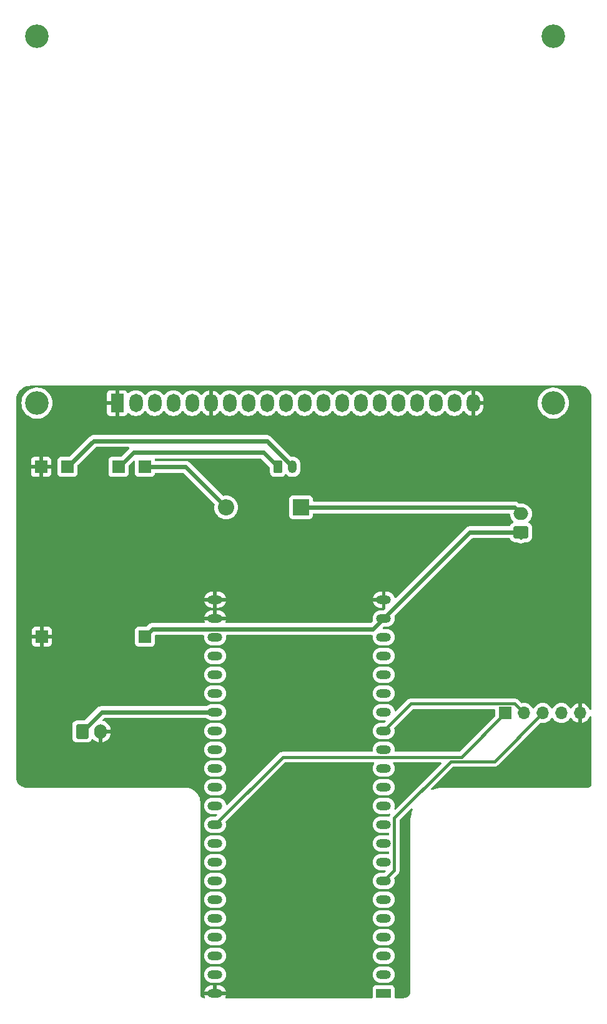
<source format=gbl>
G04 #@! TF.GenerationSoftware,KiCad,Pcbnew,8.0.8*
G04 #@! TF.CreationDate,2025-02-11T14:36:37+01:00*
G04 #@! TF.ProjectId,dmp,646d702e-6b69-4636-9164-5f7063625858,rev?*
G04 #@! TF.SameCoordinates,Original*
G04 #@! TF.FileFunction,Copper,L2,Bot*
G04 #@! TF.FilePolarity,Positive*
%FSLAX46Y46*%
G04 Gerber Fmt 4.6, Leading zero omitted, Abs format (unit mm)*
G04 Created by KiCad (PCBNEW 8.0.8) date 2025-02-11 14:36:37*
%MOMM*%
%LPD*%
G01*
G04 APERTURE LIST*
G04 Aperture macros list*
%AMRoundRect*
0 Rectangle with rounded corners*
0 $1 Rounding radius*
0 $2 $3 $4 $5 $6 $7 $8 $9 X,Y pos of 4 corners*
0 Add a 4 corners polygon primitive as box body*
4,1,4,$2,$3,$4,$5,$6,$7,$8,$9,$2,$3,0*
0 Add four circle primitives for the rounded corners*
1,1,$1+$1,$2,$3*
1,1,$1+$1,$4,$5*
1,1,$1+$1,$6,$7*
1,1,$1+$1,$8,$9*
0 Add four rect primitives between the rounded corners*
20,1,$1+$1,$2,$3,$4,$5,0*
20,1,$1+$1,$4,$5,$6,$7,0*
20,1,$1+$1,$6,$7,$8,$9,0*
20,1,$1+$1,$8,$9,$2,$3,0*%
G04 Aperture macros list end*
G04 #@! TA.AperFunction,ComponentPad*
%ADD10R,1.700000X1.700000*%
G04 #@! TD*
G04 #@! TA.AperFunction,ComponentPad*
%ADD11O,1.700000X1.700000*%
G04 #@! TD*
G04 #@! TA.AperFunction,ComponentPad*
%ADD12RoundRect,0.250000X-0.600000X-0.750000X0.600000X-0.750000X0.600000X0.750000X-0.600000X0.750000X0*%
G04 #@! TD*
G04 #@! TA.AperFunction,ComponentPad*
%ADD13O,1.700000X2.000000*%
G04 #@! TD*
G04 #@! TA.AperFunction,ComponentPad*
%ADD14R,2.000000X1.200000*%
G04 #@! TD*
G04 #@! TA.AperFunction,ComponentPad*
%ADD15O,2.000000X1.200000*%
G04 #@! TD*
G04 #@! TA.AperFunction,ComponentPad*
%ADD16C,3.200000*%
G04 #@! TD*
G04 #@! TA.AperFunction,ComponentPad*
%ADD17R,1.800000X2.500000*%
G04 #@! TD*
G04 #@! TA.AperFunction,ComponentPad*
%ADD18O,1.800000X2.500000*%
G04 #@! TD*
G04 #@! TA.AperFunction,ComponentPad*
%ADD19RoundRect,0.250000X0.750000X-0.600000X0.750000X0.600000X-0.750000X0.600000X-0.750000X-0.600000X0*%
G04 #@! TD*
G04 #@! TA.AperFunction,ComponentPad*
%ADD20O,2.000000X1.700000*%
G04 #@! TD*
G04 #@! TA.AperFunction,ComponentPad*
%ADD21R,2.200000X2.200000*%
G04 #@! TD*
G04 #@! TA.AperFunction,ComponentPad*
%ADD22O,2.200000X2.200000*%
G04 #@! TD*
G04 #@! TA.AperFunction,ComponentPad*
%ADD23RoundRect,0.250000X-0.350000X-0.625000X0.350000X-0.625000X0.350000X0.625000X-0.350000X0.625000X0*%
G04 #@! TD*
G04 #@! TA.AperFunction,ComponentPad*
%ADD24O,1.200000X1.750000*%
G04 #@! TD*
G04 #@! TA.AperFunction,ViaPad*
%ADD25C,0.600000*%
G04 #@! TD*
G04 #@! TA.AperFunction,Conductor*
%ADD26C,0.600000*%
G04 #@! TD*
G04 #@! TA.AperFunction,Conductor*
%ADD27C,0.400000*%
G04 #@! TD*
G04 APERTURE END LIST*
D10*
X155340000Y-114860000D03*
D11*
X157880000Y-114860000D03*
X160420000Y-114860000D03*
X162960000Y-114860000D03*
X165500000Y-114860000D03*
D12*
X97980000Y-117360000D03*
D13*
X100480000Y-117360000D03*
D14*
X138860000Y-152840000D03*
D15*
X138860000Y-150300000D03*
X138860000Y-147760000D03*
X138860000Y-145220000D03*
X138860000Y-142680000D03*
X138860000Y-140140000D03*
X138860000Y-137600000D03*
X138860000Y-135060000D03*
X138860000Y-132520000D03*
X138860000Y-129980000D03*
X138860000Y-127440000D03*
X138860000Y-124900000D03*
X138860000Y-122360000D03*
X138860000Y-119820000D03*
X138860000Y-117280000D03*
X138860000Y-114740000D03*
X138860000Y-112200000D03*
X138860000Y-109660000D03*
X138860000Y-107120000D03*
X138863680Y-104582720D03*
X138863680Y-102042720D03*
X138863680Y-99502720D03*
X116000000Y-99500000D03*
X116000000Y-102040000D03*
X116000000Y-104580000D03*
X116000000Y-107120000D03*
X116000000Y-109660000D03*
X116000000Y-112200000D03*
X116000000Y-114740000D03*
X116000000Y-117280000D03*
X116000000Y-119820000D03*
X116000000Y-122360000D03*
X116000000Y-124900000D03*
X116000000Y-127440000D03*
X116000000Y-129980000D03*
X116000000Y-132520000D03*
X116000000Y-135060000D03*
X116000000Y-137600000D03*
X116000000Y-140140000D03*
X116000000Y-142680000D03*
X116000000Y-145220000D03*
X116000000Y-147760000D03*
X116000000Y-150300000D03*
X116000000Y-152840000D03*
D16*
X91850000Y-72860000D03*
X161850000Y-72860000D03*
X91850000Y-23160000D03*
X161850000Y-23160000D03*
D17*
X102720000Y-72860000D03*
D18*
X105260000Y-72860000D03*
X107800000Y-72860000D03*
X110340000Y-72860000D03*
X112880000Y-72860000D03*
X115420000Y-72860000D03*
X117960000Y-72860000D03*
X120500000Y-72860000D03*
X123040000Y-72860000D03*
X125580000Y-72860000D03*
X128120000Y-72860000D03*
X130660000Y-72860000D03*
X133200000Y-72860000D03*
X135740000Y-72860000D03*
X138280000Y-72860000D03*
X140820000Y-72860000D03*
X143360000Y-72860000D03*
X145900000Y-72860000D03*
X148440000Y-72860000D03*
X150980000Y-72860000D03*
D10*
X102900000Y-81500000D03*
X92500000Y-104500000D03*
X106500000Y-104500000D03*
X106500000Y-81500000D03*
D19*
X157480000Y-90360000D03*
D20*
X157480000Y-87860000D03*
D21*
X127660000Y-87000000D03*
D22*
X117500000Y-87000000D03*
D10*
X96000000Y-81500000D03*
X92400000Y-81500000D03*
D23*
X124500000Y-81500000D03*
D24*
X126500000Y-81500000D03*
D25*
X115400000Y-76200000D03*
X165500000Y-111900000D03*
D26*
X102900000Y-81500000D02*
X103000000Y-81500000D01*
X103000000Y-81500000D02*
X104955609Y-79544391D01*
X103000000Y-81500000D02*
X102840000Y-81500000D01*
X122544391Y-79544391D02*
X124500000Y-81500000D01*
X104955609Y-79544391D02*
X122544391Y-79544391D01*
D27*
X117960000Y-72860000D02*
X118311522Y-72860000D01*
D26*
X106500000Y-81500000D02*
X112000000Y-81500000D01*
X112000000Y-81500000D02*
X117500000Y-87000000D01*
X99500000Y-78000000D02*
X123042588Y-78000000D01*
X96000000Y-81500000D02*
X99500000Y-78000000D01*
X123042588Y-78000000D02*
X126500000Y-81457412D01*
X126500000Y-81457412D02*
X126500000Y-81500000D01*
X127660000Y-87000000D02*
X156620000Y-87000000D01*
X156620000Y-87000000D02*
X157480000Y-87860000D01*
D27*
X155340000Y-114860000D02*
X149380000Y-120820000D01*
X149380000Y-120820000D02*
X125160000Y-120820000D01*
X125160000Y-120820000D02*
X116000000Y-129980000D01*
X157880000Y-114860000D02*
X156630000Y-113610000D01*
X142530000Y-113610000D02*
X138860000Y-117280000D01*
X156630000Y-113610000D02*
X142530000Y-113610000D01*
D26*
X137426400Y-103480000D02*
X138863680Y-102042720D01*
X107520000Y-103480000D02*
X137426400Y-103480000D01*
X150546400Y-90360000D02*
X138863680Y-102042720D01*
X106500000Y-104500000D02*
X107520000Y-103480000D01*
X157480000Y-90360000D02*
X150546400Y-90360000D01*
X157480000Y-91060000D02*
X157480000Y-90360000D01*
X97980000Y-117360000D02*
X100600000Y-114740000D01*
X100600000Y-114740000D02*
X116000000Y-114740000D01*
D27*
X140300000Y-129100000D02*
X140300000Y-136160000D01*
X147980000Y-121420000D02*
X140300000Y-129100000D01*
X160420000Y-114860000D02*
X153860000Y-121420000D01*
X140300000Y-136160000D02*
X138860000Y-137600000D01*
X153860000Y-121420000D02*
X147980000Y-121420000D01*
G04 #@! TA.AperFunction,Conductor*
G36*
X165504418Y-70500816D02*
G01*
X165704561Y-70515130D01*
X165722063Y-70517647D01*
X165913797Y-70559355D01*
X165930755Y-70564334D01*
X166114609Y-70632909D01*
X166130701Y-70640259D01*
X166302904Y-70734288D01*
X166317784Y-70743849D01*
X166474867Y-70861441D01*
X166488237Y-70873027D01*
X166626972Y-71011762D01*
X166638558Y-71025132D01*
X166724506Y-71139945D01*
X166756146Y-71182210D01*
X166765711Y-71197095D01*
X166859740Y-71369298D01*
X166867090Y-71385390D01*
X166935662Y-71569236D01*
X166940646Y-71586212D01*
X166982351Y-71777931D01*
X166984869Y-71795442D01*
X166997539Y-71972589D01*
X166999184Y-71995580D01*
X166999500Y-72004427D01*
X166999500Y-114321988D01*
X166979815Y-114389027D01*
X166927011Y-114434782D01*
X166857853Y-114444726D01*
X166794297Y-114415701D01*
X166763118Y-114374393D01*
X166673600Y-114182422D01*
X166673599Y-114182420D01*
X166538113Y-113988926D01*
X166538108Y-113988920D01*
X166371082Y-113821894D01*
X166177578Y-113686399D01*
X165963492Y-113586570D01*
X165963486Y-113586567D01*
X165750000Y-113529364D01*
X165750000Y-114426988D01*
X165692993Y-114394075D01*
X165565826Y-114360000D01*
X165434174Y-114360000D01*
X165307007Y-114394075D01*
X165250000Y-114426988D01*
X165250000Y-113529364D01*
X165249999Y-113529364D01*
X165036513Y-113586567D01*
X165036507Y-113586570D01*
X164822422Y-113686399D01*
X164822420Y-113686400D01*
X164628926Y-113821886D01*
X164628920Y-113821891D01*
X164461891Y-113988920D01*
X164461890Y-113988922D01*
X164331880Y-114174595D01*
X164277303Y-114218219D01*
X164207804Y-114225412D01*
X164145450Y-114193890D01*
X164128730Y-114174594D01*
X163998494Y-113988597D01*
X163831402Y-113821506D01*
X163831395Y-113821501D01*
X163637834Y-113685967D01*
X163637830Y-113685965D01*
X163596295Y-113666597D01*
X163423663Y-113586097D01*
X163423659Y-113586096D01*
X163423655Y-113586094D01*
X163195413Y-113524938D01*
X163195403Y-113524936D01*
X162960001Y-113504341D01*
X162959999Y-113504341D01*
X162724596Y-113524936D01*
X162724586Y-113524938D01*
X162496344Y-113586094D01*
X162496335Y-113586098D01*
X162282171Y-113685964D01*
X162282169Y-113685965D01*
X162088597Y-113821505D01*
X161921505Y-113988597D01*
X161791575Y-114174158D01*
X161736998Y-114217783D01*
X161667500Y-114224977D01*
X161605145Y-114193454D01*
X161588425Y-114174158D01*
X161458494Y-113988597D01*
X161291402Y-113821506D01*
X161291395Y-113821501D01*
X161097834Y-113685967D01*
X161097830Y-113685965D01*
X161056295Y-113666597D01*
X160883663Y-113586097D01*
X160883659Y-113586096D01*
X160883655Y-113586094D01*
X160655413Y-113524938D01*
X160655403Y-113524936D01*
X160420001Y-113504341D01*
X160419999Y-113504341D01*
X160184596Y-113524936D01*
X160184586Y-113524938D01*
X159956344Y-113586094D01*
X159956335Y-113586098D01*
X159742171Y-113685964D01*
X159742169Y-113685965D01*
X159548597Y-113821505D01*
X159381505Y-113988597D01*
X159251575Y-114174158D01*
X159196998Y-114217783D01*
X159127500Y-114224977D01*
X159065145Y-114193454D01*
X159048425Y-114174158D01*
X158918494Y-113988597D01*
X158751402Y-113821506D01*
X158751395Y-113821501D01*
X158557834Y-113685967D01*
X158557830Y-113685965D01*
X158516295Y-113666597D01*
X158343663Y-113586097D01*
X158343659Y-113586096D01*
X158343655Y-113586094D01*
X158115413Y-113524938D01*
X158115403Y-113524936D01*
X157880001Y-113504341D01*
X157879999Y-113504341D01*
X157644597Y-113524936D01*
X157644593Y-113524936D01*
X157644592Y-113524937D01*
X157644587Y-113524938D01*
X157644584Y-113524939D01*
X157627778Y-113529442D01*
X157557928Y-113527778D01*
X157508005Y-113497348D01*
X157076546Y-113065888D01*
X157076545Y-113065887D01*
X156961807Y-112989222D01*
X156834332Y-112936421D01*
X156834322Y-112936418D01*
X156698996Y-112909500D01*
X156698994Y-112909500D01*
X156698993Y-112909500D01*
X142598994Y-112909500D01*
X142461006Y-112909500D01*
X142461004Y-112909500D01*
X142325677Y-112936418D01*
X142325667Y-112936421D01*
X142198192Y-112989222D01*
X142083454Y-113065887D01*
X142083453Y-113065888D01*
X140551104Y-114598238D01*
X140489781Y-114631723D01*
X140420089Y-114626739D01*
X140364156Y-114584867D01*
X140340950Y-114529955D01*
X140333402Y-114482301D01*
X140333402Y-114482299D01*
X140279873Y-114317555D01*
X140201232Y-114163212D01*
X140099414Y-114023072D01*
X139976928Y-113900586D01*
X139836788Y-113798768D01*
X139682445Y-113720127D01*
X139517701Y-113666598D01*
X139517699Y-113666597D01*
X139517698Y-113666597D01*
X139386271Y-113645781D01*
X139346611Y-113639500D01*
X138373389Y-113639500D01*
X138333728Y-113645781D01*
X138202302Y-113666597D01*
X138037552Y-113720128D01*
X137883211Y-113798768D01*
X137803256Y-113856859D01*
X137743072Y-113900586D01*
X137743070Y-113900588D01*
X137743069Y-113900588D01*
X137620588Y-114023069D01*
X137620588Y-114023070D01*
X137620586Y-114023072D01*
X137576859Y-114083256D01*
X137518768Y-114163211D01*
X137440128Y-114317552D01*
X137386597Y-114482302D01*
X137359500Y-114653389D01*
X137359500Y-114826611D01*
X137386598Y-114997701D01*
X137440127Y-115162445D01*
X137518768Y-115316788D01*
X137620586Y-115456928D01*
X137743072Y-115579414D01*
X137883212Y-115681232D01*
X138037555Y-115759873D01*
X138202299Y-115813402D01*
X138373389Y-115840500D01*
X139009481Y-115840500D01*
X139076520Y-115860185D01*
X139122275Y-115912989D01*
X139132219Y-115982147D01*
X139103194Y-116045703D01*
X139097162Y-116052181D01*
X139006162Y-116143181D01*
X138944839Y-116176666D01*
X138918481Y-116179500D01*
X138373389Y-116179500D01*
X138368490Y-116180276D01*
X138202302Y-116206597D01*
X138037552Y-116260128D01*
X137883211Y-116338768D01*
X137803256Y-116396859D01*
X137743072Y-116440586D01*
X137743070Y-116440588D01*
X137743069Y-116440588D01*
X137620588Y-116563069D01*
X137620588Y-116563070D01*
X137620586Y-116563072D01*
X137576859Y-116623256D01*
X137518768Y-116703211D01*
X137440128Y-116857552D01*
X137386597Y-117022302D01*
X137359500Y-117193389D01*
X137359500Y-117366610D01*
X137378092Y-117484000D01*
X137386598Y-117537701D01*
X137440127Y-117702445D01*
X137518768Y-117856788D01*
X137620586Y-117996928D01*
X137743072Y-118119414D01*
X137883212Y-118221232D01*
X138037555Y-118299873D01*
X138202299Y-118353402D01*
X138373389Y-118380500D01*
X138373390Y-118380500D01*
X139346610Y-118380500D01*
X139346611Y-118380500D01*
X139517701Y-118353402D01*
X139682445Y-118299873D01*
X139836788Y-118221232D01*
X139976928Y-118119414D01*
X140099414Y-117996928D01*
X140201232Y-117856788D01*
X140279873Y-117702445D01*
X140333402Y-117537701D01*
X140360500Y-117366611D01*
X140360500Y-117193389D01*
X140333402Y-117022299D01*
X140301692Y-116924709D01*
X140299698Y-116854870D01*
X140331941Y-116798714D01*
X142783838Y-114346819D01*
X142845161Y-114313334D01*
X142871519Y-114310500D01*
X153865500Y-114310500D01*
X153932539Y-114330185D01*
X153978294Y-114382989D01*
X153989500Y-114434500D01*
X153989500Y-115168480D01*
X153969815Y-115235519D01*
X153953181Y-115256161D01*
X149126162Y-120083181D01*
X149064839Y-120116666D01*
X149038481Y-120119500D01*
X140471967Y-120119500D01*
X140404928Y-120099815D01*
X140359173Y-120047011D01*
X140349229Y-119977853D01*
X140349494Y-119976103D01*
X140360500Y-119906611D01*
X140360500Y-119733389D01*
X140333402Y-119562302D01*
X140333402Y-119562299D01*
X140279873Y-119397555D01*
X140201232Y-119243212D01*
X140099414Y-119103072D01*
X139976928Y-118980586D01*
X139836788Y-118878768D01*
X139682445Y-118800127D01*
X139517701Y-118746598D01*
X139517699Y-118746597D01*
X139517698Y-118746597D01*
X139386271Y-118725781D01*
X139346611Y-118719500D01*
X138373389Y-118719500D01*
X138333728Y-118725781D01*
X138202302Y-118746597D01*
X138037552Y-118800128D01*
X137883211Y-118878768D01*
X137803256Y-118936859D01*
X137743072Y-118980586D01*
X137743070Y-118980588D01*
X137743069Y-118980588D01*
X137620588Y-119103069D01*
X137620588Y-119103070D01*
X137620586Y-119103072D01*
X137576859Y-119163256D01*
X137518768Y-119243211D01*
X137440128Y-119397552D01*
X137386597Y-119562302D01*
X137359500Y-119733389D01*
X137359500Y-119906611D01*
X137359499Y-119906611D01*
X137370506Y-119976103D01*
X137361551Y-120045396D01*
X137316555Y-120098848D01*
X137249803Y-120119487D01*
X137248033Y-120119500D01*
X125091003Y-120119500D01*
X124982590Y-120141065D01*
X124982589Y-120141065D01*
X124955671Y-120146420D01*
X124828190Y-120199224D01*
X124713454Y-120275887D01*
X124713453Y-120275888D01*
X117691104Y-127298238D01*
X117629781Y-127331723D01*
X117560089Y-127326739D01*
X117504156Y-127284867D01*
X117480950Y-127229955D01*
X117473402Y-127182301D01*
X117473402Y-127182299D01*
X117419873Y-127017555D01*
X117341232Y-126863212D01*
X117239414Y-126723072D01*
X117116928Y-126600586D01*
X116976788Y-126498768D01*
X116822445Y-126420127D01*
X116657701Y-126366598D01*
X116657699Y-126366597D01*
X116657698Y-126366597D01*
X116526271Y-126345781D01*
X116486611Y-126339500D01*
X115513389Y-126339500D01*
X115473728Y-126345781D01*
X115342302Y-126366597D01*
X115177552Y-126420128D01*
X115023211Y-126498768D01*
X114943256Y-126556859D01*
X114883072Y-126600586D01*
X114883070Y-126600588D01*
X114883069Y-126600588D01*
X114760588Y-126723069D01*
X114760588Y-126723070D01*
X114760586Y-126723072D01*
X114716859Y-126783256D01*
X114658768Y-126863211D01*
X114580128Y-127017552D01*
X114526597Y-127182302D01*
X114499500Y-127353389D01*
X114499500Y-127526610D01*
X114526597Y-127697697D01*
X114526597Y-127697699D01*
X114526598Y-127697701D01*
X114580127Y-127862445D01*
X114658768Y-128016788D01*
X114760586Y-128156928D01*
X114883072Y-128279414D01*
X115023212Y-128381232D01*
X115177555Y-128459873D01*
X115342299Y-128513402D01*
X115513389Y-128540500D01*
X116149481Y-128540500D01*
X116216520Y-128560185D01*
X116262275Y-128612989D01*
X116272219Y-128682147D01*
X116243194Y-128745703D01*
X116237162Y-128752181D01*
X116146162Y-128843181D01*
X116084839Y-128876666D01*
X116058481Y-128879500D01*
X115513389Y-128879500D01*
X115473728Y-128885781D01*
X115342302Y-128906597D01*
X115177552Y-128960128D01*
X115023211Y-129038768D01*
X114943256Y-129096859D01*
X114883072Y-129140586D01*
X114883070Y-129140588D01*
X114883069Y-129140588D01*
X114760588Y-129263069D01*
X114760588Y-129263070D01*
X114760586Y-129263072D01*
X114716859Y-129323256D01*
X114658768Y-129403211D01*
X114580128Y-129557552D01*
X114526597Y-129722302D01*
X114526597Y-129722304D01*
X114499500Y-129893389D01*
X114499500Y-130066611D01*
X114526598Y-130237701D01*
X114580127Y-130402445D01*
X114658768Y-130556788D01*
X114760586Y-130696928D01*
X114883072Y-130819414D01*
X115023212Y-130921232D01*
X115177555Y-130999873D01*
X115342299Y-131053402D01*
X115513389Y-131080500D01*
X115513390Y-131080500D01*
X116486610Y-131080500D01*
X116486611Y-131080500D01*
X116657701Y-131053402D01*
X116822445Y-130999873D01*
X116976788Y-130921232D01*
X117116928Y-130819414D01*
X117239414Y-130696928D01*
X117341232Y-130556788D01*
X117419873Y-130402445D01*
X117473402Y-130237701D01*
X117500500Y-130066611D01*
X117500500Y-129893389D01*
X117473402Y-129722299D01*
X117441692Y-129624709D01*
X117439698Y-129554870D01*
X117471941Y-129498714D01*
X122157267Y-124813389D01*
X137359500Y-124813389D01*
X137359500Y-124986611D01*
X137386598Y-125157701D01*
X137440127Y-125322445D01*
X137518768Y-125476788D01*
X137620586Y-125616928D01*
X137743072Y-125739414D01*
X137883212Y-125841232D01*
X138037555Y-125919873D01*
X138202299Y-125973402D01*
X138373389Y-126000500D01*
X138373390Y-126000500D01*
X139346610Y-126000500D01*
X139346611Y-126000500D01*
X139517701Y-125973402D01*
X139682445Y-125919873D01*
X139836788Y-125841232D01*
X139976928Y-125739414D01*
X140099414Y-125616928D01*
X140201232Y-125476788D01*
X140279873Y-125322445D01*
X140333402Y-125157701D01*
X140360500Y-124986611D01*
X140360500Y-124813389D01*
X140333402Y-124642299D01*
X140279873Y-124477555D01*
X140201232Y-124323212D01*
X140099414Y-124183072D01*
X139976928Y-124060586D01*
X139836788Y-123958768D01*
X139682445Y-123880127D01*
X139517701Y-123826598D01*
X139517699Y-123826597D01*
X139517698Y-123826597D01*
X139386271Y-123805781D01*
X139346611Y-123799500D01*
X138373389Y-123799500D01*
X138333728Y-123805781D01*
X138202302Y-123826597D01*
X138037552Y-123880128D01*
X137883211Y-123958768D01*
X137803256Y-124016859D01*
X137743072Y-124060586D01*
X137743070Y-124060588D01*
X137743069Y-124060588D01*
X137620588Y-124183069D01*
X137620588Y-124183070D01*
X137620586Y-124183072D01*
X137576859Y-124243256D01*
X137518768Y-124323211D01*
X137440128Y-124477552D01*
X137386597Y-124642302D01*
X137376899Y-124703537D01*
X137359500Y-124813389D01*
X122157267Y-124813389D01*
X125413838Y-121556819D01*
X125475161Y-121523334D01*
X125501519Y-121520500D01*
X137466276Y-121520500D01*
X137533315Y-121540185D01*
X137579070Y-121592989D01*
X137589014Y-121662147D01*
X137566594Y-121717384D01*
X137548139Y-121742785D01*
X137518768Y-121783211D01*
X137440128Y-121937552D01*
X137386597Y-122102302D01*
X137383715Y-122120500D01*
X137359500Y-122273389D01*
X137359500Y-122446611D01*
X137386598Y-122617701D01*
X137440127Y-122782445D01*
X137518768Y-122936788D01*
X137620586Y-123076928D01*
X137743072Y-123199414D01*
X137883212Y-123301232D01*
X138037555Y-123379873D01*
X138202299Y-123433402D01*
X138373389Y-123460500D01*
X138373390Y-123460500D01*
X139346610Y-123460500D01*
X139346611Y-123460500D01*
X139517701Y-123433402D01*
X139682445Y-123379873D01*
X139836788Y-123301232D01*
X139976928Y-123199414D01*
X140099414Y-123076928D01*
X140201232Y-122936788D01*
X140279873Y-122782445D01*
X140333402Y-122617701D01*
X140360500Y-122446611D01*
X140360500Y-122273389D01*
X140333402Y-122102299D01*
X140279873Y-121937555D01*
X140201232Y-121783212D01*
X140153405Y-121717384D01*
X140129926Y-121651580D01*
X140145751Y-121583526D01*
X140195857Y-121534831D01*
X140253724Y-121520500D01*
X146589481Y-121520500D01*
X146656520Y-121540185D01*
X146702275Y-121592989D01*
X146712219Y-121662147D01*
X146683194Y-121725703D01*
X146677162Y-121732181D01*
X140516570Y-127892771D01*
X140455247Y-127926256D01*
X140385555Y-127921272D01*
X140329622Y-127879400D01*
X140305205Y-127813936D01*
X140310958Y-127766774D01*
X140333402Y-127697701D01*
X140360500Y-127526611D01*
X140360500Y-127353389D01*
X140333402Y-127182299D01*
X140279873Y-127017555D01*
X140201232Y-126863212D01*
X140099414Y-126723072D01*
X139976928Y-126600586D01*
X139836788Y-126498768D01*
X139682445Y-126420127D01*
X139517701Y-126366598D01*
X139517699Y-126366597D01*
X139517698Y-126366597D01*
X139386271Y-126345781D01*
X139346611Y-126339500D01*
X138373389Y-126339500D01*
X138333728Y-126345781D01*
X138202302Y-126366597D01*
X138037552Y-126420128D01*
X137883211Y-126498768D01*
X137803256Y-126556859D01*
X137743072Y-126600586D01*
X137743070Y-126600588D01*
X137743069Y-126600588D01*
X137620588Y-126723069D01*
X137620588Y-126723070D01*
X137620586Y-126723072D01*
X137576859Y-126783256D01*
X137518768Y-126863211D01*
X137440128Y-127017552D01*
X137386597Y-127182302D01*
X137359500Y-127353389D01*
X137359500Y-127526610D01*
X137386597Y-127697697D01*
X137386597Y-127697699D01*
X137386598Y-127697701D01*
X137440127Y-127862445D01*
X137518768Y-128016788D01*
X137620586Y-128156928D01*
X137743072Y-128279414D01*
X137883212Y-128381232D01*
X138037555Y-128459873D01*
X138202299Y-128513402D01*
X138373389Y-128540500D01*
X138373390Y-128540500D01*
X139346610Y-128540500D01*
X139346611Y-128540500D01*
X139517701Y-128513402D01*
X139601389Y-128486209D01*
X139671225Y-128484214D01*
X139731058Y-128520294D01*
X139761887Y-128582995D01*
X139753923Y-128652409D01*
X139742806Y-128673030D01*
X139679225Y-128768187D01*
X139652888Y-128831772D01*
X139609047Y-128886175D01*
X139542753Y-128908240D01*
X139518930Y-128906792D01*
X139346611Y-128879500D01*
X138373389Y-128879500D01*
X138333728Y-128885781D01*
X138202302Y-128906597D01*
X138037552Y-128960128D01*
X137883211Y-129038768D01*
X137803256Y-129096859D01*
X137743072Y-129140586D01*
X137743070Y-129140588D01*
X137743069Y-129140588D01*
X137620588Y-129263069D01*
X137620588Y-129263070D01*
X137620586Y-129263072D01*
X137576859Y-129323256D01*
X137518768Y-129403211D01*
X137440128Y-129557552D01*
X137386597Y-129722302D01*
X137386597Y-129722304D01*
X137359500Y-129893389D01*
X137359500Y-130066611D01*
X137386598Y-130237701D01*
X137440127Y-130402445D01*
X137518768Y-130556788D01*
X137620586Y-130696928D01*
X137743072Y-130819414D01*
X137883212Y-130921232D01*
X138037555Y-130999873D01*
X138202299Y-131053402D01*
X138373389Y-131080500D01*
X138373390Y-131080500D01*
X139346610Y-131080500D01*
X139346611Y-131080500D01*
X139456103Y-131063158D01*
X139525395Y-131072112D01*
X139578847Y-131117109D01*
X139599487Y-131183860D01*
X139599500Y-131185631D01*
X139599500Y-131314368D01*
X139579815Y-131381407D01*
X139527011Y-131427162D01*
X139457853Y-131437106D01*
X139456103Y-131436841D01*
X139346611Y-131419500D01*
X138373389Y-131419500D01*
X138333728Y-131425781D01*
X138202302Y-131446597D01*
X138037552Y-131500128D01*
X137883211Y-131578768D01*
X137803256Y-131636859D01*
X137743072Y-131680586D01*
X137743070Y-131680588D01*
X137743069Y-131680588D01*
X137620588Y-131803069D01*
X137620588Y-131803070D01*
X137620586Y-131803072D01*
X137576859Y-131863256D01*
X137518768Y-131943211D01*
X137440128Y-132097552D01*
X137386597Y-132262302D01*
X137359500Y-132433389D01*
X137359500Y-132606611D01*
X137386598Y-132777701D01*
X137440127Y-132942445D01*
X137518768Y-133096788D01*
X137620586Y-133236928D01*
X137743072Y-133359414D01*
X137883212Y-133461232D01*
X138037555Y-133539873D01*
X138202299Y-133593402D01*
X138373389Y-133620500D01*
X138373390Y-133620500D01*
X139346610Y-133620500D01*
X139346611Y-133620500D01*
X139456103Y-133603158D01*
X139525395Y-133612112D01*
X139578847Y-133657109D01*
X139599487Y-133723860D01*
X139599500Y-133725631D01*
X139599500Y-133854368D01*
X139579815Y-133921407D01*
X139527011Y-133967162D01*
X139457853Y-133977106D01*
X139456103Y-133976841D01*
X139346611Y-133959500D01*
X138373389Y-133959500D01*
X138333728Y-133965781D01*
X138202302Y-133986597D01*
X138037552Y-134040128D01*
X137883211Y-134118768D01*
X137803256Y-134176859D01*
X137743072Y-134220586D01*
X137743070Y-134220588D01*
X137743069Y-134220588D01*
X137620588Y-134343069D01*
X137620588Y-134343070D01*
X137620586Y-134343072D01*
X137576859Y-134403256D01*
X137518768Y-134483211D01*
X137440128Y-134637552D01*
X137386597Y-134802302D01*
X137359500Y-134973389D01*
X137359500Y-135146611D01*
X137386598Y-135317701D01*
X137440127Y-135482445D01*
X137518768Y-135636788D01*
X137620586Y-135776928D01*
X137743072Y-135899414D01*
X137883212Y-136001232D01*
X138037555Y-136079873D01*
X138202299Y-136133402D01*
X138373389Y-136160500D01*
X139009481Y-136160500D01*
X139076520Y-136180185D01*
X139122275Y-136232989D01*
X139132219Y-136302147D01*
X139103194Y-136365703D01*
X139097162Y-136372181D01*
X139006162Y-136463181D01*
X138944839Y-136496666D01*
X138918481Y-136499500D01*
X138373389Y-136499500D01*
X138333728Y-136505781D01*
X138202302Y-136526597D01*
X138037552Y-136580128D01*
X137883211Y-136658768D01*
X137803256Y-136716859D01*
X137743072Y-136760586D01*
X137743070Y-136760588D01*
X137743069Y-136760588D01*
X137620588Y-136883069D01*
X137620588Y-136883070D01*
X137620586Y-136883072D01*
X137576859Y-136943256D01*
X137518768Y-137023211D01*
X137440128Y-137177552D01*
X137386597Y-137342302D01*
X137386597Y-137342304D01*
X137359500Y-137513389D01*
X137359500Y-137686611D01*
X137386598Y-137857701D01*
X137440127Y-138022445D01*
X137518768Y-138176788D01*
X137620586Y-138316928D01*
X137743072Y-138439414D01*
X137883212Y-138541232D01*
X138037555Y-138619873D01*
X138202299Y-138673402D01*
X138373389Y-138700500D01*
X138373390Y-138700500D01*
X139346610Y-138700500D01*
X139346611Y-138700500D01*
X139517701Y-138673402D01*
X139682445Y-138619873D01*
X139836788Y-138541232D01*
X139976928Y-138439414D01*
X140099414Y-138316928D01*
X140201232Y-138176788D01*
X140279873Y-138022445D01*
X140333402Y-137857701D01*
X140360500Y-137686611D01*
X140360500Y-137513389D01*
X140333402Y-137342299D01*
X140301692Y-137244709D01*
X140299698Y-137174870D01*
X140331941Y-137118714D01*
X140844114Y-136606543D01*
X140920775Y-136491811D01*
X140973580Y-136364328D01*
X140985949Y-136302147D01*
X141000500Y-136228995D01*
X141000500Y-129441518D01*
X141020185Y-129374479D01*
X141036814Y-129353842D01*
X142570545Y-127820110D01*
X142631868Y-127786626D01*
X142701560Y-127791610D01*
X142757493Y-127833482D01*
X142781910Y-127898946D01*
X142774748Y-127950200D01*
X142703707Y-128145384D01*
X142667794Y-128279414D01*
X142601993Y-128524983D01*
X142601991Y-128524994D01*
X142533751Y-128912000D01*
X142533751Y-128912004D01*
X142499500Y-129303499D01*
X142499500Y-152494586D01*
X142499028Y-152505394D01*
X142485260Y-152662753D01*
X142481507Y-152684038D01*
X142442030Y-152831369D01*
X142434637Y-152851681D01*
X142370177Y-152989915D01*
X142359370Y-153008633D01*
X142271880Y-153133582D01*
X142257986Y-153150140D01*
X142150140Y-153257986D01*
X142133582Y-153271880D01*
X142008633Y-153359370D01*
X141989915Y-153370177D01*
X141851681Y-153434637D01*
X141831369Y-153442030D01*
X141684038Y-153481507D01*
X141662753Y-153485260D01*
X141505395Y-153499028D01*
X141494587Y-153499500D01*
X140484500Y-153499500D01*
X140417461Y-153479815D01*
X140371706Y-153427011D01*
X140360500Y-153375500D01*
X140360499Y-152192129D01*
X140360498Y-152192123D01*
X140360497Y-152192116D01*
X140354091Y-152132517D01*
X140350689Y-152123397D01*
X140303797Y-151997671D01*
X140303793Y-151997664D01*
X140217547Y-151882455D01*
X140217544Y-151882452D01*
X140102335Y-151796206D01*
X140102328Y-151796202D01*
X139967482Y-151745908D01*
X139967483Y-151745908D01*
X139907883Y-151739501D01*
X139907881Y-151739500D01*
X139907873Y-151739500D01*
X139907864Y-151739500D01*
X137812129Y-151739500D01*
X137812123Y-151739501D01*
X137752516Y-151745908D01*
X137617671Y-151796202D01*
X137617664Y-151796206D01*
X137502455Y-151882452D01*
X137502452Y-151882455D01*
X137416206Y-151997664D01*
X137416202Y-151997671D01*
X137365908Y-152132517D01*
X137359501Y-152192116D01*
X137359500Y-152192127D01*
X137359500Y-152831369D01*
X137359501Y-153375500D01*
X137339816Y-153442539D01*
X137287013Y-153488294D01*
X137235501Y-153499500D01*
X117500876Y-153499500D01*
X117433837Y-153479815D01*
X117388082Y-153427011D01*
X117378138Y-153357853D01*
X117390392Y-153319204D01*
X117419408Y-153262257D01*
X117472914Y-153097584D01*
X117474115Y-153090000D01*
X116315686Y-153090000D01*
X116320080Y-153085606D01*
X116372741Y-152994394D01*
X116400000Y-152892661D01*
X116400000Y-152787339D01*
X116372741Y-152685606D01*
X116320080Y-152594394D01*
X116315686Y-152590000D01*
X117474115Y-152590000D01*
X117474115Y-152589999D01*
X117472914Y-152582415D01*
X117419408Y-152417744D01*
X117340804Y-152263475D01*
X117239032Y-152123397D01*
X117116602Y-152000967D01*
X116976524Y-151899195D01*
X116822257Y-151820591D01*
X116657584Y-151767085D01*
X116486571Y-151740000D01*
X116250000Y-151740000D01*
X116250000Y-152524314D01*
X116245606Y-152519920D01*
X116154394Y-152467259D01*
X116052661Y-152440000D01*
X115947339Y-152440000D01*
X115845606Y-152467259D01*
X115754394Y-152519920D01*
X115750000Y-152524314D01*
X115750000Y-151740000D01*
X115513429Y-151740000D01*
X115342415Y-151767085D01*
X115177742Y-151820591D01*
X115023475Y-151899195D01*
X114883397Y-152000967D01*
X114760967Y-152123397D01*
X114659195Y-152263475D01*
X114580591Y-152417744D01*
X114527085Y-152582415D01*
X114525884Y-152589999D01*
X114525885Y-152590000D01*
X115684314Y-152590000D01*
X115679920Y-152594394D01*
X115627259Y-152685606D01*
X115600000Y-152787339D01*
X115600000Y-152892661D01*
X115627259Y-152994394D01*
X115679920Y-153085606D01*
X115684314Y-153090000D01*
X114525885Y-153090000D01*
X114527085Y-153097584D01*
X114580591Y-153262255D01*
X114609131Y-153318268D01*
X114622027Y-153386937D01*
X114595751Y-153451678D01*
X114538644Y-153491935D01*
X114484761Y-153497782D01*
X114469680Y-153496083D01*
X114402735Y-153488540D01*
X114375666Y-153482362D01*
X114296462Y-153454648D01*
X114271444Y-153442600D01*
X114200395Y-153397957D01*
X114178686Y-153380644D01*
X114119355Y-153321313D01*
X114102042Y-153299604D01*
X114080714Y-153265661D01*
X114057398Y-153228553D01*
X114045351Y-153203537D01*
X114020873Y-153133582D01*
X114017636Y-153124331D01*
X114011459Y-153097263D01*
X114001280Y-153006922D01*
X114000500Y-152993038D01*
X114000500Y-150213389D01*
X114499500Y-150213389D01*
X114499500Y-150386611D01*
X114526598Y-150557701D01*
X114580127Y-150722445D01*
X114658768Y-150876788D01*
X114760586Y-151016928D01*
X114883072Y-151139414D01*
X115023212Y-151241232D01*
X115177555Y-151319873D01*
X115342299Y-151373402D01*
X115513389Y-151400500D01*
X115513390Y-151400500D01*
X116486610Y-151400500D01*
X116486611Y-151400500D01*
X116657701Y-151373402D01*
X116822445Y-151319873D01*
X116976788Y-151241232D01*
X117116928Y-151139414D01*
X117239414Y-151016928D01*
X117341232Y-150876788D01*
X117419873Y-150722445D01*
X117473402Y-150557701D01*
X117500500Y-150386611D01*
X117500500Y-150213389D01*
X137359500Y-150213389D01*
X137359500Y-150386611D01*
X137386598Y-150557701D01*
X137440127Y-150722445D01*
X137518768Y-150876788D01*
X137620586Y-151016928D01*
X137743072Y-151139414D01*
X137883212Y-151241232D01*
X138037555Y-151319873D01*
X138202299Y-151373402D01*
X138373389Y-151400500D01*
X138373390Y-151400500D01*
X139346610Y-151400500D01*
X139346611Y-151400500D01*
X139517701Y-151373402D01*
X139682445Y-151319873D01*
X139836788Y-151241232D01*
X139976928Y-151139414D01*
X140099414Y-151016928D01*
X140201232Y-150876788D01*
X140279873Y-150722445D01*
X140333402Y-150557701D01*
X140360500Y-150386611D01*
X140360500Y-150213389D01*
X140333402Y-150042299D01*
X140279873Y-149877555D01*
X140201232Y-149723212D01*
X140099414Y-149583072D01*
X139976928Y-149460586D01*
X139836788Y-149358768D01*
X139682445Y-149280127D01*
X139517701Y-149226598D01*
X139517699Y-149226597D01*
X139517698Y-149226597D01*
X139386271Y-149205781D01*
X139346611Y-149199500D01*
X138373389Y-149199500D01*
X138333728Y-149205781D01*
X138202302Y-149226597D01*
X138037552Y-149280128D01*
X137883211Y-149358768D01*
X137803256Y-149416859D01*
X137743072Y-149460586D01*
X137743070Y-149460588D01*
X137743069Y-149460588D01*
X137620588Y-149583069D01*
X137620588Y-149583070D01*
X137620586Y-149583072D01*
X137576859Y-149643256D01*
X137518768Y-149723211D01*
X137440128Y-149877552D01*
X137386597Y-150042302D01*
X137359500Y-150213389D01*
X117500500Y-150213389D01*
X117473402Y-150042299D01*
X117419873Y-149877555D01*
X117341232Y-149723212D01*
X117239414Y-149583072D01*
X117116928Y-149460586D01*
X116976788Y-149358768D01*
X116822445Y-149280127D01*
X116657701Y-149226598D01*
X116657699Y-149226597D01*
X116657698Y-149226597D01*
X116526271Y-149205781D01*
X116486611Y-149199500D01*
X115513389Y-149199500D01*
X115473728Y-149205781D01*
X115342302Y-149226597D01*
X115177552Y-149280128D01*
X115023211Y-149358768D01*
X114943256Y-149416859D01*
X114883072Y-149460586D01*
X114883070Y-149460588D01*
X114883069Y-149460588D01*
X114760588Y-149583069D01*
X114760588Y-149583070D01*
X114760586Y-149583072D01*
X114716859Y-149643256D01*
X114658768Y-149723211D01*
X114580128Y-149877552D01*
X114526597Y-150042302D01*
X114499500Y-150213389D01*
X114000500Y-150213389D01*
X114000500Y-147673389D01*
X114499500Y-147673389D01*
X114499500Y-147846611D01*
X114526598Y-148017701D01*
X114580127Y-148182445D01*
X114658768Y-148336788D01*
X114760586Y-148476928D01*
X114883072Y-148599414D01*
X115023212Y-148701232D01*
X115177555Y-148779873D01*
X115342299Y-148833402D01*
X115513389Y-148860500D01*
X115513390Y-148860500D01*
X116486610Y-148860500D01*
X116486611Y-148860500D01*
X116657701Y-148833402D01*
X116822445Y-148779873D01*
X116976788Y-148701232D01*
X117116928Y-148599414D01*
X117239414Y-148476928D01*
X117341232Y-148336788D01*
X117419873Y-148182445D01*
X117473402Y-148017701D01*
X117500500Y-147846611D01*
X117500500Y-147673389D01*
X137359500Y-147673389D01*
X137359500Y-147846611D01*
X137386598Y-148017701D01*
X137440127Y-148182445D01*
X137518768Y-148336788D01*
X137620586Y-148476928D01*
X137743072Y-148599414D01*
X137883212Y-148701232D01*
X138037555Y-148779873D01*
X138202299Y-148833402D01*
X138373389Y-148860500D01*
X138373390Y-148860500D01*
X139346610Y-148860500D01*
X139346611Y-148860500D01*
X139517701Y-148833402D01*
X139682445Y-148779873D01*
X139836788Y-148701232D01*
X139976928Y-148599414D01*
X140099414Y-148476928D01*
X140201232Y-148336788D01*
X140279873Y-148182445D01*
X140333402Y-148017701D01*
X140360500Y-147846611D01*
X140360500Y-147673389D01*
X140333402Y-147502299D01*
X140279873Y-147337555D01*
X140201232Y-147183212D01*
X140099414Y-147043072D01*
X139976928Y-146920586D01*
X139836788Y-146818768D01*
X139682445Y-146740127D01*
X139517701Y-146686598D01*
X139517699Y-146686597D01*
X139517698Y-146686597D01*
X139386271Y-146665781D01*
X139346611Y-146659500D01*
X138373389Y-146659500D01*
X138333728Y-146665781D01*
X138202302Y-146686597D01*
X138037552Y-146740128D01*
X137883211Y-146818768D01*
X137803256Y-146876859D01*
X137743072Y-146920586D01*
X137743070Y-146920588D01*
X137743069Y-146920588D01*
X137620588Y-147043069D01*
X137620588Y-147043070D01*
X137620586Y-147043072D01*
X137576859Y-147103256D01*
X137518768Y-147183211D01*
X137440128Y-147337552D01*
X137386597Y-147502302D01*
X137359500Y-147673389D01*
X117500500Y-147673389D01*
X117473402Y-147502299D01*
X117419873Y-147337555D01*
X117341232Y-147183212D01*
X117239414Y-147043072D01*
X117116928Y-146920586D01*
X116976788Y-146818768D01*
X116822445Y-146740127D01*
X116657701Y-146686598D01*
X116657699Y-146686597D01*
X116657698Y-146686597D01*
X116526271Y-146665781D01*
X116486611Y-146659500D01*
X115513389Y-146659500D01*
X115473728Y-146665781D01*
X115342302Y-146686597D01*
X115177552Y-146740128D01*
X115023211Y-146818768D01*
X114943256Y-146876859D01*
X114883072Y-146920586D01*
X114883070Y-146920588D01*
X114883069Y-146920588D01*
X114760588Y-147043069D01*
X114760588Y-147043070D01*
X114760586Y-147043072D01*
X114716859Y-147103256D01*
X114658768Y-147183211D01*
X114580128Y-147337552D01*
X114526597Y-147502302D01*
X114499500Y-147673389D01*
X114000500Y-147673389D01*
X114000500Y-145133389D01*
X114499500Y-145133389D01*
X114499500Y-145306611D01*
X114526598Y-145477701D01*
X114580127Y-145642445D01*
X114658768Y-145796788D01*
X114760586Y-145936928D01*
X114883072Y-146059414D01*
X115023212Y-146161232D01*
X115177555Y-146239873D01*
X115342299Y-146293402D01*
X115513389Y-146320500D01*
X115513390Y-146320500D01*
X116486610Y-146320500D01*
X116486611Y-146320500D01*
X116657701Y-146293402D01*
X116822445Y-146239873D01*
X116976788Y-146161232D01*
X117116928Y-146059414D01*
X117239414Y-145936928D01*
X117341232Y-145796788D01*
X117419873Y-145642445D01*
X117473402Y-145477701D01*
X117500500Y-145306611D01*
X117500500Y-145133389D01*
X137359500Y-145133389D01*
X137359500Y-145306611D01*
X137386598Y-145477701D01*
X137440127Y-145642445D01*
X137518768Y-145796788D01*
X137620586Y-145936928D01*
X137743072Y-146059414D01*
X137883212Y-146161232D01*
X138037555Y-146239873D01*
X138202299Y-146293402D01*
X138373389Y-146320500D01*
X138373390Y-146320500D01*
X139346610Y-146320500D01*
X139346611Y-146320500D01*
X139517701Y-146293402D01*
X139682445Y-146239873D01*
X139836788Y-146161232D01*
X139976928Y-146059414D01*
X140099414Y-145936928D01*
X140201232Y-145796788D01*
X140279873Y-145642445D01*
X140333402Y-145477701D01*
X140360500Y-145306611D01*
X140360500Y-145133389D01*
X140333402Y-144962299D01*
X140279873Y-144797555D01*
X140201232Y-144643212D01*
X140099414Y-144503072D01*
X139976928Y-144380586D01*
X139836788Y-144278768D01*
X139682445Y-144200127D01*
X139517701Y-144146598D01*
X139517699Y-144146597D01*
X139517698Y-144146597D01*
X139386271Y-144125781D01*
X139346611Y-144119500D01*
X138373389Y-144119500D01*
X138333728Y-144125781D01*
X138202302Y-144146597D01*
X138037552Y-144200128D01*
X137883211Y-144278768D01*
X137803256Y-144336859D01*
X137743072Y-144380586D01*
X137743070Y-144380588D01*
X137743069Y-144380588D01*
X137620588Y-144503069D01*
X137620588Y-144503070D01*
X137620586Y-144503072D01*
X137576859Y-144563256D01*
X137518768Y-144643211D01*
X137440128Y-144797552D01*
X137386597Y-144962302D01*
X137359500Y-145133389D01*
X117500500Y-145133389D01*
X117473402Y-144962299D01*
X117419873Y-144797555D01*
X117341232Y-144643212D01*
X117239414Y-144503072D01*
X117116928Y-144380586D01*
X116976788Y-144278768D01*
X116822445Y-144200127D01*
X116657701Y-144146598D01*
X116657699Y-144146597D01*
X116657698Y-144146597D01*
X116526271Y-144125781D01*
X116486611Y-144119500D01*
X115513389Y-144119500D01*
X115473728Y-144125781D01*
X115342302Y-144146597D01*
X115177552Y-144200128D01*
X115023211Y-144278768D01*
X114943256Y-144336859D01*
X114883072Y-144380586D01*
X114883070Y-144380588D01*
X114883069Y-144380588D01*
X114760588Y-144503069D01*
X114760588Y-144503070D01*
X114760586Y-144503072D01*
X114716859Y-144563256D01*
X114658768Y-144643211D01*
X114580128Y-144797552D01*
X114526597Y-144962302D01*
X114499500Y-145133389D01*
X114000500Y-145133389D01*
X114000500Y-142593389D01*
X114499500Y-142593389D01*
X114499500Y-142766611D01*
X114526598Y-142937701D01*
X114580127Y-143102445D01*
X114658768Y-143256788D01*
X114760586Y-143396928D01*
X114883072Y-143519414D01*
X115023212Y-143621232D01*
X115177555Y-143699873D01*
X115342299Y-143753402D01*
X115513389Y-143780500D01*
X115513390Y-143780500D01*
X116486610Y-143780500D01*
X116486611Y-143780500D01*
X116657701Y-143753402D01*
X116822445Y-143699873D01*
X116976788Y-143621232D01*
X117116928Y-143519414D01*
X117239414Y-143396928D01*
X117341232Y-143256788D01*
X117419873Y-143102445D01*
X117473402Y-142937701D01*
X117500500Y-142766611D01*
X117500500Y-142593389D01*
X137359500Y-142593389D01*
X137359500Y-142766611D01*
X137386598Y-142937701D01*
X137440127Y-143102445D01*
X137518768Y-143256788D01*
X137620586Y-143396928D01*
X137743072Y-143519414D01*
X137883212Y-143621232D01*
X138037555Y-143699873D01*
X138202299Y-143753402D01*
X138373389Y-143780500D01*
X138373390Y-143780500D01*
X139346610Y-143780500D01*
X139346611Y-143780500D01*
X139517701Y-143753402D01*
X139682445Y-143699873D01*
X139836788Y-143621232D01*
X139976928Y-143519414D01*
X140099414Y-143396928D01*
X140201232Y-143256788D01*
X140279873Y-143102445D01*
X140333402Y-142937701D01*
X140360500Y-142766611D01*
X140360500Y-142593389D01*
X140333402Y-142422299D01*
X140279873Y-142257555D01*
X140201232Y-142103212D01*
X140099414Y-141963072D01*
X139976928Y-141840586D01*
X139836788Y-141738768D01*
X139682445Y-141660127D01*
X139517701Y-141606598D01*
X139517699Y-141606597D01*
X139517698Y-141606597D01*
X139386271Y-141585781D01*
X139346611Y-141579500D01*
X138373389Y-141579500D01*
X138333728Y-141585781D01*
X138202302Y-141606597D01*
X138037552Y-141660128D01*
X137883211Y-141738768D01*
X137803256Y-141796859D01*
X137743072Y-141840586D01*
X137743070Y-141840588D01*
X137743069Y-141840588D01*
X137620588Y-141963069D01*
X137620588Y-141963070D01*
X137620586Y-141963072D01*
X137576859Y-142023256D01*
X137518768Y-142103211D01*
X137440128Y-142257552D01*
X137386597Y-142422302D01*
X137359500Y-142593389D01*
X117500500Y-142593389D01*
X117473402Y-142422299D01*
X117419873Y-142257555D01*
X117341232Y-142103212D01*
X117239414Y-141963072D01*
X117116928Y-141840586D01*
X116976788Y-141738768D01*
X116822445Y-141660127D01*
X116657701Y-141606598D01*
X116657699Y-141606597D01*
X116657698Y-141606597D01*
X116526271Y-141585781D01*
X116486611Y-141579500D01*
X115513389Y-141579500D01*
X115473728Y-141585781D01*
X115342302Y-141606597D01*
X115177552Y-141660128D01*
X115023211Y-141738768D01*
X114943256Y-141796859D01*
X114883072Y-141840586D01*
X114883070Y-141840588D01*
X114883069Y-141840588D01*
X114760588Y-141963069D01*
X114760588Y-141963070D01*
X114760586Y-141963072D01*
X114716859Y-142023256D01*
X114658768Y-142103211D01*
X114580128Y-142257552D01*
X114526597Y-142422302D01*
X114499500Y-142593389D01*
X114000500Y-142593389D01*
X114000500Y-140053389D01*
X114499500Y-140053389D01*
X114499500Y-140226611D01*
X114526598Y-140397701D01*
X114580127Y-140562445D01*
X114658768Y-140716788D01*
X114760586Y-140856928D01*
X114883072Y-140979414D01*
X115023212Y-141081232D01*
X115177555Y-141159873D01*
X115342299Y-141213402D01*
X115513389Y-141240500D01*
X115513390Y-141240500D01*
X116486610Y-141240500D01*
X116486611Y-141240500D01*
X116657701Y-141213402D01*
X116822445Y-141159873D01*
X116976788Y-141081232D01*
X117116928Y-140979414D01*
X117239414Y-140856928D01*
X117341232Y-140716788D01*
X117419873Y-140562445D01*
X117473402Y-140397701D01*
X117500500Y-140226611D01*
X117500500Y-140053389D01*
X137359500Y-140053389D01*
X137359500Y-140226611D01*
X137386598Y-140397701D01*
X137440127Y-140562445D01*
X137518768Y-140716788D01*
X137620586Y-140856928D01*
X137743072Y-140979414D01*
X137883212Y-141081232D01*
X138037555Y-141159873D01*
X138202299Y-141213402D01*
X138373389Y-141240500D01*
X138373390Y-141240500D01*
X139346610Y-141240500D01*
X139346611Y-141240500D01*
X139517701Y-141213402D01*
X139682445Y-141159873D01*
X139836788Y-141081232D01*
X139976928Y-140979414D01*
X140099414Y-140856928D01*
X140201232Y-140716788D01*
X140279873Y-140562445D01*
X140333402Y-140397701D01*
X140360500Y-140226611D01*
X140360500Y-140053389D01*
X140333402Y-139882299D01*
X140279873Y-139717555D01*
X140201232Y-139563212D01*
X140099414Y-139423072D01*
X139976928Y-139300586D01*
X139836788Y-139198768D01*
X139682445Y-139120127D01*
X139517701Y-139066598D01*
X139517699Y-139066597D01*
X139517698Y-139066597D01*
X139386271Y-139045781D01*
X139346611Y-139039500D01*
X138373389Y-139039500D01*
X138333728Y-139045781D01*
X138202302Y-139066597D01*
X138037552Y-139120128D01*
X137883211Y-139198768D01*
X137803256Y-139256859D01*
X137743072Y-139300586D01*
X137743070Y-139300588D01*
X137743069Y-139300588D01*
X137620588Y-139423069D01*
X137620588Y-139423070D01*
X137620586Y-139423072D01*
X137576859Y-139483256D01*
X137518768Y-139563211D01*
X137440128Y-139717552D01*
X137386597Y-139882302D01*
X137359500Y-140053389D01*
X117500500Y-140053389D01*
X117473402Y-139882299D01*
X117419873Y-139717555D01*
X117341232Y-139563212D01*
X117239414Y-139423072D01*
X117116928Y-139300586D01*
X116976788Y-139198768D01*
X116822445Y-139120127D01*
X116657701Y-139066598D01*
X116657699Y-139066597D01*
X116657698Y-139066597D01*
X116526271Y-139045781D01*
X116486611Y-139039500D01*
X115513389Y-139039500D01*
X115473728Y-139045781D01*
X115342302Y-139066597D01*
X115177552Y-139120128D01*
X115023211Y-139198768D01*
X114943256Y-139256859D01*
X114883072Y-139300586D01*
X114883070Y-139300588D01*
X114883069Y-139300588D01*
X114760588Y-139423069D01*
X114760588Y-139423070D01*
X114760586Y-139423072D01*
X114716859Y-139483256D01*
X114658768Y-139563211D01*
X114580128Y-139717552D01*
X114526597Y-139882302D01*
X114499500Y-140053389D01*
X114000500Y-140053389D01*
X114000500Y-137513389D01*
X114499500Y-137513389D01*
X114499500Y-137686611D01*
X114526598Y-137857701D01*
X114580127Y-138022445D01*
X114658768Y-138176788D01*
X114760586Y-138316928D01*
X114883072Y-138439414D01*
X115023212Y-138541232D01*
X115177555Y-138619873D01*
X115342299Y-138673402D01*
X115513389Y-138700500D01*
X115513390Y-138700500D01*
X116486610Y-138700500D01*
X116486611Y-138700500D01*
X116657701Y-138673402D01*
X116822445Y-138619873D01*
X116976788Y-138541232D01*
X117116928Y-138439414D01*
X117239414Y-138316928D01*
X117341232Y-138176788D01*
X117419873Y-138022445D01*
X117473402Y-137857701D01*
X117500500Y-137686611D01*
X117500500Y-137513389D01*
X117473402Y-137342299D01*
X117419873Y-137177555D01*
X117341232Y-137023212D01*
X117239414Y-136883072D01*
X117116928Y-136760586D01*
X116976788Y-136658768D01*
X116822445Y-136580127D01*
X116657701Y-136526598D01*
X116657699Y-136526597D01*
X116657698Y-136526597D01*
X116526271Y-136505781D01*
X116486611Y-136499500D01*
X115513389Y-136499500D01*
X115473728Y-136505781D01*
X115342302Y-136526597D01*
X115177552Y-136580128D01*
X115023211Y-136658768D01*
X114943256Y-136716859D01*
X114883072Y-136760586D01*
X114883070Y-136760588D01*
X114883069Y-136760588D01*
X114760588Y-136883069D01*
X114760588Y-136883070D01*
X114760586Y-136883072D01*
X114716859Y-136943256D01*
X114658768Y-137023211D01*
X114580128Y-137177552D01*
X114526597Y-137342302D01*
X114526597Y-137342304D01*
X114499500Y-137513389D01*
X114000500Y-137513389D01*
X114000500Y-134973389D01*
X114499500Y-134973389D01*
X114499500Y-135146611D01*
X114526598Y-135317701D01*
X114580127Y-135482445D01*
X114658768Y-135636788D01*
X114760586Y-135776928D01*
X114883072Y-135899414D01*
X115023212Y-136001232D01*
X115177555Y-136079873D01*
X115342299Y-136133402D01*
X115513389Y-136160500D01*
X115513390Y-136160500D01*
X116486610Y-136160500D01*
X116486611Y-136160500D01*
X116657701Y-136133402D01*
X116822445Y-136079873D01*
X116976788Y-136001232D01*
X117116928Y-135899414D01*
X117239414Y-135776928D01*
X117341232Y-135636788D01*
X117419873Y-135482445D01*
X117473402Y-135317701D01*
X117500500Y-135146611D01*
X117500500Y-134973389D01*
X117473402Y-134802299D01*
X117419873Y-134637555D01*
X117341232Y-134483212D01*
X117239414Y-134343072D01*
X117116928Y-134220586D01*
X116976788Y-134118768D01*
X116822445Y-134040127D01*
X116657701Y-133986598D01*
X116657699Y-133986597D01*
X116657698Y-133986597D01*
X116526271Y-133965781D01*
X116486611Y-133959500D01*
X115513389Y-133959500D01*
X115473728Y-133965781D01*
X115342302Y-133986597D01*
X115177552Y-134040128D01*
X115023211Y-134118768D01*
X114943256Y-134176859D01*
X114883072Y-134220586D01*
X114883070Y-134220588D01*
X114883069Y-134220588D01*
X114760588Y-134343069D01*
X114760588Y-134343070D01*
X114760586Y-134343072D01*
X114716859Y-134403256D01*
X114658768Y-134483211D01*
X114580128Y-134637552D01*
X114526597Y-134802302D01*
X114499500Y-134973389D01*
X114000500Y-134973389D01*
X114000500Y-132433389D01*
X114499500Y-132433389D01*
X114499500Y-132606611D01*
X114526598Y-132777701D01*
X114580127Y-132942445D01*
X114658768Y-133096788D01*
X114760586Y-133236928D01*
X114883072Y-133359414D01*
X115023212Y-133461232D01*
X115177555Y-133539873D01*
X115342299Y-133593402D01*
X115513389Y-133620500D01*
X115513390Y-133620500D01*
X116486610Y-133620500D01*
X116486611Y-133620500D01*
X116657701Y-133593402D01*
X116822445Y-133539873D01*
X116976788Y-133461232D01*
X117116928Y-133359414D01*
X117239414Y-133236928D01*
X117341232Y-133096788D01*
X117419873Y-132942445D01*
X117473402Y-132777701D01*
X117500500Y-132606611D01*
X117500500Y-132433389D01*
X117473402Y-132262299D01*
X117419873Y-132097555D01*
X117341232Y-131943212D01*
X117239414Y-131803072D01*
X117116928Y-131680586D01*
X116976788Y-131578768D01*
X116822445Y-131500127D01*
X116657701Y-131446598D01*
X116657699Y-131446597D01*
X116657698Y-131446597D01*
X116526271Y-131425781D01*
X116486611Y-131419500D01*
X115513389Y-131419500D01*
X115473728Y-131425781D01*
X115342302Y-131446597D01*
X115177552Y-131500128D01*
X115023211Y-131578768D01*
X114943256Y-131636859D01*
X114883072Y-131680586D01*
X114883070Y-131680588D01*
X114883069Y-131680588D01*
X114760588Y-131803069D01*
X114760588Y-131803070D01*
X114760586Y-131803072D01*
X114716859Y-131863256D01*
X114658768Y-131943211D01*
X114580128Y-132097552D01*
X114526597Y-132262302D01*
X114499500Y-132433389D01*
X114000500Y-132433389D01*
X114000500Y-126868886D01*
X114000499Y-126868872D01*
X113994912Y-126826439D01*
X113966270Y-126608884D01*
X113898398Y-126355581D01*
X113891737Y-126339500D01*
X113798046Y-126113309D01*
X113798041Y-126113299D01*
X113666924Y-125886196D01*
X113507281Y-125678148D01*
X113507274Y-125678140D01*
X113321860Y-125492726D01*
X113321851Y-125492718D01*
X113113803Y-125333075D01*
X112886700Y-125201958D01*
X112886690Y-125201953D01*
X112644428Y-125101605D01*
X112644421Y-125101603D01*
X112644419Y-125101602D01*
X112391116Y-125033730D01*
X112330200Y-125025710D01*
X112131127Y-124999500D01*
X112131120Y-124999500D01*
X112065892Y-124999500D01*
X90504428Y-124999500D01*
X90495582Y-124999184D01*
X90473622Y-124997613D01*
X90295442Y-124984869D01*
X90277931Y-124982351D01*
X90086212Y-124940646D01*
X90069236Y-124935662D01*
X89885390Y-124867090D01*
X89869298Y-124859740D01*
X89784412Y-124813389D01*
X114499500Y-124813389D01*
X114499500Y-124986611D01*
X114526598Y-125157701D01*
X114580127Y-125322445D01*
X114658768Y-125476788D01*
X114760586Y-125616928D01*
X114883072Y-125739414D01*
X115023212Y-125841232D01*
X115177555Y-125919873D01*
X115342299Y-125973402D01*
X115513389Y-126000500D01*
X115513390Y-126000500D01*
X116486610Y-126000500D01*
X116486611Y-126000500D01*
X116657701Y-125973402D01*
X116822445Y-125919873D01*
X116976788Y-125841232D01*
X117116928Y-125739414D01*
X117239414Y-125616928D01*
X117341232Y-125476788D01*
X117419873Y-125322445D01*
X117473402Y-125157701D01*
X117500500Y-124986611D01*
X117500500Y-124813389D01*
X117473402Y-124642299D01*
X117419873Y-124477555D01*
X117341232Y-124323212D01*
X117239414Y-124183072D01*
X117116928Y-124060586D01*
X116976788Y-123958768D01*
X116822445Y-123880127D01*
X116657701Y-123826598D01*
X116657699Y-123826597D01*
X116657698Y-123826597D01*
X116526271Y-123805781D01*
X116486611Y-123799500D01*
X115513389Y-123799500D01*
X115473728Y-123805781D01*
X115342302Y-123826597D01*
X115177552Y-123880128D01*
X115023211Y-123958768D01*
X114943256Y-124016859D01*
X114883072Y-124060586D01*
X114883070Y-124060588D01*
X114883069Y-124060588D01*
X114760588Y-124183069D01*
X114760588Y-124183070D01*
X114760586Y-124183072D01*
X114716859Y-124243256D01*
X114658768Y-124323211D01*
X114580128Y-124477552D01*
X114526597Y-124642302D01*
X114516899Y-124703537D01*
X114499500Y-124813389D01*
X89784412Y-124813389D01*
X89697095Y-124765711D01*
X89682210Y-124756146D01*
X89525132Y-124638558D01*
X89511762Y-124626972D01*
X89373027Y-124488237D01*
X89361441Y-124474867D01*
X89247912Y-124323211D01*
X89243849Y-124317784D01*
X89234288Y-124302904D01*
X89140259Y-124130701D01*
X89132909Y-124114609D01*
X89112759Y-124060586D01*
X89064334Y-123930755D01*
X89059355Y-123913797D01*
X89017647Y-123722063D01*
X89015130Y-123704556D01*
X89000816Y-123504418D01*
X89000500Y-123495572D01*
X89000500Y-122273389D01*
X114499500Y-122273389D01*
X114499500Y-122446611D01*
X114526598Y-122617701D01*
X114580127Y-122782445D01*
X114658768Y-122936788D01*
X114760586Y-123076928D01*
X114883072Y-123199414D01*
X115023212Y-123301232D01*
X115177555Y-123379873D01*
X115342299Y-123433402D01*
X115513389Y-123460500D01*
X115513390Y-123460500D01*
X116486610Y-123460500D01*
X116486611Y-123460500D01*
X116657701Y-123433402D01*
X116822445Y-123379873D01*
X116976788Y-123301232D01*
X117116928Y-123199414D01*
X117239414Y-123076928D01*
X117341232Y-122936788D01*
X117419873Y-122782445D01*
X117473402Y-122617701D01*
X117500500Y-122446611D01*
X117500500Y-122273389D01*
X117473402Y-122102299D01*
X117419873Y-121937555D01*
X117341232Y-121783212D01*
X117239414Y-121643072D01*
X117116928Y-121520586D01*
X116976788Y-121418768D01*
X116822445Y-121340127D01*
X116657701Y-121286598D01*
X116657699Y-121286597D01*
X116657698Y-121286597D01*
X116526271Y-121265781D01*
X116486611Y-121259500D01*
X115513389Y-121259500D01*
X115473728Y-121265781D01*
X115342302Y-121286597D01*
X115177552Y-121340128D01*
X115023211Y-121418768D01*
X114943256Y-121476859D01*
X114883072Y-121520586D01*
X114883070Y-121520588D01*
X114883069Y-121520588D01*
X114760588Y-121643069D01*
X114760588Y-121643070D01*
X114760586Y-121643072D01*
X114716859Y-121703256D01*
X114658768Y-121783211D01*
X114580128Y-121937552D01*
X114526597Y-122102302D01*
X114523715Y-122120500D01*
X114499500Y-122273389D01*
X89000500Y-122273389D01*
X89000500Y-119733389D01*
X114499500Y-119733389D01*
X114499500Y-119906611D01*
X114526598Y-120077701D01*
X114580127Y-120242445D01*
X114658768Y-120396788D01*
X114760586Y-120536928D01*
X114883072Y-120659414D01*
X115023212Y-120761232D01*
X115177555Y-120839873D01*
X115342299Y-120893402D01*
X115513389Y-120920500D01*
X115513390Y-120920500D01*
X116486610Y-120920500D01*
X116486611Y-120920500D01*
X116657701Y-120893402D01*
X116822445Y-120839873D01*
X116976788Y-120761232D01*
X117116928Y-120659414D01*
X117239414Y-120536928D01*
X117341232Y-120396788D01*
X117419873Y-120242445D01*
X117473402Y-120077701D01*
X117500500Y-119906611D01*
X117500500Y-119733389D01*
X117473402Y-119562299D01*
X117419873Y-119397555D01*
X117341232Y-119243212D01*
X117239414Y-119103072D01*
X117116928Y-118980586D01*
X116976788Y-118878768D01*
X116822445Y-118800127D01*
X116657701Y-118746598D01*
X116657699Y-118746597D01*
X116657698Y-118746597D01*
X116526271Y-118725781D01*
X116486611Y-118719500D01*
X115513389Y-118719500D01*
X115473728Y-118725781D01*
X115342302Y-118746597D01*
X115177552Y-118800128D01*
X115023211Y-118878768D01*
X114943256Y-118936859D01*
X114883072Y-118980586D01*
X114883070Y-118980588D01*
X114883069Y-118980588D01*
X114760588Y-119103069D01*
X114760588Y-119103070D01*
X114760586Y-119103072D01*
X114716859Y-119163256D01*
X114658768Y-119243211D01*
X114580128Y-119397552D01*
X114526597Y-119562302D01*
X114499500Y-119733389D01*
X89000500Y-119733389D01*
X89000500Y-116559983D01*
X96629500Y-116559983D01*
X96629500Y-118160001D01*
X96629501Y-118160018D01*
X96640000Y-118262796D01*
X96640001Y-118262799D01*
X96674031Y-118365493D01*
X96695186Y-118429334D01*
X96787288Y-118578656D01*
X96911344Y-118702712D01*
X97060666Y-118794814D01*
X97227203Y-118849999D01*
X97329991Y-118860500D01*
X98630008Y-118860499D01*
X98732797Y-118849999D01*
X98899334Y-118794814D01*
X99048656Y-118702712D01*
X99172712Y-118578656D01*
X99264814Y-118429334D01*
X99264814Y-118429331D01*
X99268448Y-118423441D01*
X99320395Y-118376716D01*
X99389358Y-118365493D01*
X99453440Y-118393336D01*
X99461668Y-118400856D01*
X99600535Y-118539723D01*
X99600540Y-118539727D01*
X99772442Y-118664620D01*
X99961782Y-118761095D01*
X100163871Y-118826757D01*
X100230000Y-118837231D01*
X100230000Y-117793012D01*
X100287007Y-117825925D01*
X100414174Y-117860000D01*
X100545826Y-117860000D01*
X100672993Y-117825925D01*
X100730000Y-117793012D01*
X100730000Y-118837230D01*
X100796126Y-118826757D01*
X100796129Y-118826757D01*
X100998217Y-118761095D01*
X101187557Y-118664620D01*
X101359459Y-118539727D01*
X101359464Y-118539723D01*
X101509723Y-118389464D01*
X101509727Y-118389459D01*
X101634620Y-118217557D01*
X101731095Y-118028217D01*
X101796757Y-117826130D01*
X101796757Y-117826127D01*
X101830000Y-117616246D01*
X101830000Y-117610000D01*
X100913012Y-117610000D01*
X100945925Y-117552993D01*
X100980000Y-117425826D01*
X100980000Y-117294174D01*
X100952994Y-117193389D01*
X114499500Y-117193389D01*
X114499500Y-117366610D01*
X114518092Y-117484000D01*
X114526598Y-117537701D01*
X114580127Y-117702445D01*
X114658768Y-117856788D01*
X114760586Y-117996928D01*
X114883072Y-118119414D01*
X115023212Y-118221232D01*
X115177555Y-118299873D01*
X115342299Y-118353402D01*
X115513389Y-118380500D01*
X115513390Y-118380500D01*
X116486610Y-118380500D01*
X116486611Y-118380500D01*
X116657701Y-118353402D01*
X116822445Y-118299873D01*
X116976788Y-118221232D01*
X117116928Y-118119414D01*
X117239414Y-117996928D01*
X117341232Y-117856788D01*
X117419873Y-117702445D01*
X117473402Y-117537701D01*
X117500500Y-117366611D01*
X117500500Y-117193389D01*
X117473402Y-117022299D01*
X117419873Y-116857555D01*
X117341232Y-116703212D01*
X117239414Y-116563072D01*
X117116928Y-116440586D01*
X116976788Y-116338768D01*
X116822447Y-116260128D01*
X116822446Y-116260127D01*
X116822445Y-116260127D01*
X116657701Y-116206598D01*
X116657699Y-116206597D01*
X116657698Y-116206597D01*
X116491510Y-116180276D01*
X116486611Y-116179500D01*
X115513389Y-116179500D01*
X115508490Y-116180276D01*
X115342302Y-116206597D01*
X115177552Y-116260128D01*
X115023211Y-116338768D01*
X114943256Y-116396859D01*
X114883072Y-116440586D01*
X114883070Y-116440588D01*
X114883069Y-116440588D01*
X114760588Y-116563069D01*
X114760588Y-116563070D01*
X114760586Y-116563072D01*
X114716859Y-116623256D01*
X114658768Y-116703211D01*
X114580128Y-116857552D01*
X114526597Y-117022302D01*
X114499500Y-117193389D01*
X100952994Y-117193389D01*
X100945925Y-117167007D01*
X100913012Y-117110000D01*
X101830000Y-117110000D01*
X101830000Y-117103753D01*
X101796757Y-116893872D01*
X101796757Y-116893869D01*
X101731095Y-116691782D01*
X101634620Y-116502442D01*
X101509727Y-116330540D01*
X101509723Y-116330535D01*
X101359464Y-116180276D01*
X101359459Y-116180272D01*
X101187557Y-116055379D01*
X100998217Y-115958904D01*
X100824569Y-115902483D01*
X100766894Y-115863046D01*
X100739695Y-115798687D01*
X100751610Y-115729841D01*
X100775201Y-115696876D01*
X100895260Y-115576818D01*
X100956584Y-115543334D01*
X100982941Y-115540500D01*
X114792796Y-115540500D01*
X114859835Y-115560185D01*
X114880476Y-115576818D01*
X114883072Y-115579414D01*
X115023212Y-115681232D01*
X115177555Y-115759873D01*
X115342299Y-115813402D01*
X115513389Y-115840500D01*
X115513390Y-115840500D01*
X116486610Y-115840500D01*
X116486611Y-115840500D01*
X116657701Y-115813402D01*
X116822445Y-115759873D01*
X116976788Y-115681232D01*
X117116928Y-115579414D01*
X117239414Y-115456928D01*
X117341232Y-115316788D01*
X117419873Y-115162445D01*
X117473402Y-114997701D01*
X117500500Y-114826611D01*
X117500500Y-114653389D01*
X117473402Y-114482299D01*
X117419873Y-114317555D01*
X117341232Y-114163212D01*
X117239414Y-114023072D01*
X117116928Y-113900586D01*
X116976788Y-113798768D01*
X116822445Y-113720127D01*
X116657701Y-113666598D01*
X116657699Y-113666597D01*
X116657698Y-113666597D01*
X116526271Y-113645781D01*
X116486611Y-113639500D01*
X115513389Y-113639500D01*
X115473728Y-113645781D01*
X115342302Y-113666597D01*
X115177552Y-113720128D01*
X115023211Y-113798768D01*
X114943256Y-113856859D01*
X114883072Y-113900586D01*
X114883070Y-113900588D01*
X114883069Y-113900588D01*
X114880477Y-113903181D01*
X114819154Y-113936666D01*
X114792796Y-113939500D01*
X100521153Y-113939500D01*
X100366510Y-113970260D01*
X100366502Y-113970262D01*
X100220824Y-114030604D01*
X100220814Y-114030609D01*
X100089711Y-114118210D01*
X100089707Y-114118213D01*
X98384739Y-115823181D01*
X98323416Y-115856666D01*
X98297058Y-115859500D01*
X97329998Y-115859500D01*
X97329980Y-115859501D01*
X97227203Y-115870000D01*
X97227200Y-115870001D01*
X97060668Y-115925185D01*
X97060663Y-115925187D01*
X96911342Y-116017289D01*
X96787289Y-116141342D01*
X96695187Y-116290663D01*
X96695185Y-116290668D01*
X96672254Y-116359869D01*
X96640001Y-116457203D01*
X96640001Y-116457204D01*
X96640000Y-116457204D01*
X96629500Y-116559983D01*
X89000500Y-116559983D01*
X89000500Y-112113389D01*
X114499500Y-112113389D01*
X114499500Y-112286611D01*
X114526598Y-112457701D01*
X114580127Y-112622445D01*
X114658768Y-112776788D01*
X114760586Y-112916928D01*
X114883072Y-113039414D01*
X115023212Y-113141232D01*
X115177555Y-113219873D01*
X115342299Y-113273402D01*
X115513389Y-113300500D01*
X115513390Y-113300500D01*
X116486610Y-113300500D01*
X116486611Y-113300500D01*
X116657701Y-113273402D01*
X116822445Y-113219873D01*
X116976788Y-113141232D01*
X117116928Y-113039414D01*
X117239414Y-112916928D01*
X117341232Y-112776788D01*
X117419873Y-112622445D01*
X117473402Y-112457701D01*
X117500500Y-112286611D01*
X117500500Y-112113389D01*
X137359500Y-112113389D01*
X137359500Y-112286611D01*
X137386598Y-112457701D01*
X137440127Y-112622445D01*
X137518768Y-112776788D01*
X137620586Y-112916928D01*
X137743072Y-113039414D01*
X137883212Y-113141232D01*
X138037555Y-113219873D01*
X138202299Y-113273402D01*
X138373389Y-113300500D01*
X138373390Y-113300500D01*
X139346610Y-113300500D01*
X139346611Y-113300500D01*
X139517701Y-113273402D01*
X139682445Y-113219873D01*
X139836788Y-113141232D01*
X139976928Y-113039414D01*
X140099414Y-112916928D01*
X140201232Y-112776788D01*
X140279873Y-112622445D01*
X140333402Y-112457701D01*
X140360500Y-112286611D01*
X140360500Y-112113389D01*
X140333402Y-111942299D01*
X140279873Y-111777555D01*
X140201232Y-111623212D01*
X140099414Y-111483072D01*
X139976928Y-111360586D01*
X139836788Y-111258768D01*
X139682445Y-111180127D01*
X139517701Y-111126598D01*
X139517699Y-111126597D01*
X139517698Y-111126597D01*
X139386271Y-111105781D01*
X139346611Y-111099500D01*
X138373389Y-111099500D01*
X138333728Y-111105781D01*
X138202302Y-111126597D01*
X138037552Y-111180128D01*
X137883211Y-111258768D01*
X137803256Y-111316859D01*
X137743072Y-111360586D01*
X137743070Y-111360588D01*
X137743069Y-111360588D01*
X137620588Y-111483069D01*
X137620588Y-111483070D01*
X137620586Y-111483072D01*
X137576859Y-111543256D01*
X137518768Y-111623211D01*
X137440128Y-111777552D01*
X137386597Y-111942302D01*
X137359500Y-112113389D01*
X117500500Y-112113389D01*
X117473402Y-111942299D01*
X117419873Y-111777555D01*
X117341232Y-111623212D01*
X117239414Y-111483072D01*
X117116928Y-111360586D01*
X116976788Y-111258768D01*
X116822445Y-111180127D01*
X116657701Y-111126598D01*
X116657699Y-111126597D01*
X116657698Y-111126597D01*
X116526271Y-111105781D01*
X116486611Y-111099500D01*
X115513389Y-111099500D01*
X115473728Y-111105781D01*
X115342302Y-111126597D01*
X115177552Y-111180128D01*
X115023211Y-111258768D01*
X114943256Y-111316859D01*
X114883072Y-111360586D01*
X114883070Y-111360588D01*
X114883069Y-111360588D01*
X114760588Y-111483069D01*
X114760588Y-111483070D01*
X114760586Y-111483072D01*
X114716859Y-111543256D01*
X114658768Y-111623211D01*
X114580128Y-111777552D01*
X114526597Y-111942302D01*
X114499500Y-112113389D01*
X89000500Y-112113389D01*
X89000500Y-109573389D01*
X114499500Y-109573389D01*
X114499500Y-109746611D01*
X114526598Y-109917701D01*
X114580127Y-110082445D01*
X114658768Y-110236788D01*
X114760586Y-110376928D01*
X114883072Y-110499414D01*
X115023212Y-110601232D01*
X115177555Y-110679873D01*
X115342299Y-110733402D01*
X115513389Y-110760500D01*
X115513390Y-110760500D01*
X116486610Y-110760500D01*
X116486611Y-110760500D01*
X116657701Y-110733402D01*
X116822445Y-110679873D01*
X116976788Y-110601232D01*
X117116928Y-110499414D01*
X117239414Y-110376928D01*
X117341232Y-110236788D01*
X117419873Y-110082445D01*
X117473402Y-109917701D01*
X117500500Y-109746611D01*
X117500500Y-109573389D01*
X137359500Y-109573389D01*
X137359500Y-109746611D01*
X137386598Y-109917701D01*
X137440127Y-110082445D01*
X137518768Y-110236788D01*
X137620586Y-110376928D01*
X137743072Y-110499414D01*
X137883212Y-110601232D01*
X138037555Y-110679873D01*
X138202299Y-110733402D01*
X138373389Y-110760500D01*
X138373390Y-110760500D01*
X139346610Y-110760500D01*
X139346611Y-110760500D01*
X139517701Y-110733402D01*
X139682445Y-110679873D01*
X139836788Y-110601232D01*
X139976928Y-110499414D01*
X140099414Y-110376928D01*
X140201232Y-110236788D01*
X140279873Y-110082445D01*
X140333402Y-109917701D01*
X140360500Y-109746611D01*
X140360500Y-109573389D01*
X140333402Y-109402299D01*
X140279873Y-109237555D01*
X140201232Y-109083212D01*
X140099414Y-108943072D01*
X139976928Y-108820586D01*
X139836788Y-108718768D01*
X139682445Y-108640127D01*
X139517701Y-108586598D01*
X139517699Y-108586597D01*
X139517698Y-108586597D01*
X139386271Y-108565781D01*
X139346611Y-108559500D01*
X138373389Y-108559500D01*
X138333728Y-108565781D01*
X138202302Y-108586597D01*
X138037552Y-108640128D01*
X137883211Y-108718768D01*
X137803256Y-108776859D01*
X137743072Y-108820586D01*
X137743070Y-108820588D01*
X137743069Y-108820588D01*
X137620588Y-108943069D01*
X137620588Y-108943070D01*
X137620586Y-108943072D01*
X137576859Y-109003256D01*
X137518768Y-109083211D01*
X137440128Y-109237552D01*
X137386597Y-109402302D01*
X137359500Y-109573389D01*
X117500500Y-109573389D01*
X117473402Y-109402299D01*
X117419873Y-109237555D01*
X117341232Y-109083212D01*
X117239414Y-108943072D01*
X117116928Y-108820586D01*
X116976788Y-108718768D01*
X116822445Y-108640127D01*
X116657701Y-108586598D01*
X116657699Y-108586597D01*
X116657698Y-108586597D01*
X116526271Y-108565781D01*
X116486611Y-108559500D01*
X115513389Y-108559500D01*
X115473728Y-108565781D01*
X115342302Y-108586597D01*
X115177552Y-108640128D01*
X115023211Y-108718768D01*
X114943256Y-108776859D01*
X114883072Y-108820586D01*
X114883070Y-108820588D01*
X114883069Y-108820588D01*
X114760588Y-108943069D01*
X114760588Y-108943070D01*
X114760586Y-108943072D01*
X114716859Y-109003256D01*
X114658768Y-109083211D01*
X114580128Y-109237552D01*
X114526597Y-109402302D01*
X114499500Y-109573389D01*
X89000500Y-109573389D01*
X89000500Y-107033389D01*
X114499500Y-107033389D01*
X114499500Y-107206611D01*
X114526598Y-107377701D01*
X114580127Y-107542445D01*
X114658768Y-107696788D01*
X114760586Y-107836928D01*
X114883072Y-107959414D01*
X115023212Y-108061232D01*
X115177555Y-108139873D01*
X115342299Y-108193402D01*
X115513389Y-108220500D01*
X115513390Y-108220500D01*
X116486610Y-108220500D01*
X116486611Y-108220500D01*
X116657701Y-108193402D01*
X116822445Y-108139873D01*
X116976788Y-108061232D01*
X117116928Y-107959414D01*
X117239414Y-107836928D01*
X117341232Y-107696788D01*
X117419873Y-107542445D01*
X117473402Y-107377701D01*
X117500500Y-107206611D01*
X117500500Y-107033389D01*
X137359500Y-107033389D01*
X137359500Y-107206611D01*
X137386598Y-107377701D01*
X137440127Y-107542445D01*
X137518768Y-107696788D01*
X137620586Y-107836928D01*
X137743072Y-107959414D01*
X137883212Y-108061232D01*
X138037555Y-108139873D01*
X138202299Y-108193402D01*
X138373389Y-108220500D01*
X138373390Y-108220500D01*
X139346610Y-108220500D01*
X139346611Y-108220500D01*
X139517701Y-108193402D01*
X139682445Y-108139873D01*
X139836788Y-108061232D01*
X139976928Y-107959414D01*
X140099414Y-107836928D01*
X140201232Y-107696788D01*
X140279873Y-107542445D01*
X140333402Y-107377701D01*
X140360500Y-107206611D01*
X140360500Y-107033389D01*
X140333402Y-106862299D01*
X140279873Y-106697555D01*
X140201232Y-106543212D01*
X140099414Y-106403072D01*
X139976928Y-106280586D01*
X139836788Y-106178768D01*
X139682445Y-106100127D01*
X139517701Y-106046598D01*
X139517699Y-106046597D01*
X139517698Y-106046597D01*
X139386271Y-106025781D01*
X139346611Y-106019500D01*
X138373389Y-106019500D01*
X138333728Y-106025781D01*
X138202302Y-106046597D01*
X138037552Y-106100128D01*
X137883211Y-106178768D01*
X137803256Y-106236859D01*
X137743072Y-106280586D01*
X137743070Y-106280588D01*
X137743069Y-106280588D01*
X137620588Y-106403069D01*
X137620588Y-106403070D01*
X137620586Y-106403072D01*
X137576859Y-106463256D01*
X137518768Y-106543211D01*
X137440128Y-106697552D01*
X137386597Y-106862302D01*
X137359500Y-107033389D01*
X117500500Y-107033389D01*
X117473402Y-106862299D01*
X117419873Y-106697555D01*
X117341232Y-106543212D01*
X117239414Y-106403072D01*
X117116928Y-106280586D01*
X116976788Y-106178768D01*
X116822445Y-106100127D01*
X116657701Y-106046598D01*
X116657699Y-106046597D01*
X116657698Y-106046597D01*
X116526271Y-106025781D01*
X116486611Y-106019500D01*
X115513389Y-106019500D01*
X115473728Y-106025781D01*
X115342302Y-106046597D01*
X115177552Y-106100128D01*
X115023211Y-106178768D01*
X114943256Y-106236859D01*
X114883072Y-106280586D01*
X114883070Y-106280588D01*
X114883069Y-106280588D01*
X114760588Y-106403069D01*
X114760588Y-106403070D01*
X114760586Y-106403072D01*
X114716859Y-106463256D01*
X114658768Y-106543211D01*
X114580128Y-106697552D01*
X114526597Y-106862302D01*
X114499500Y-107033389D01*
X89000500Y-107033389D01*
X89000500Y-103602155D01*
X91150000Y-103602155D01*
X91150000Y-104250000D01*
X92066988Y-104250000D01*
X92034075Y-104307007D01*
X92000000Y-104434174D01*
X92000000Y-104565826D01*
X92034075Y-104692993D01*
X92066988Y-104750000D01*
X91150000Y-104750000D01*
X91150000Y-105397844D01*
X91156401Y-105457372D01*
X91156403Y-105457379D01*
X91206645Y-105592086D01*
X91206649Y-105592093D01*
X91292809Y-105707187D01*
X91292812Y-105707190D01*
X91407906Y-105793350D01*
X91407913Y-105793354D01*
X91542620Y-105843596D01*
X91542627Y-105843598D01*
X91602155Y-105849999D01*
X91602172Y-105850000D01*
X92250000Y-105850000D01*
X92250000Y-104933012D01*
X92307007Y-104965925D01*
X92434174Y-105000000D01*
X92565826Y-105000000D01*
X92692993Y-104965925D01*
X92750000Y-104933012D01*
X92750000Y-105850000D01*
X93397828Y-105850000D01*
X93397844Y-105849999D01*
X93457372Y-105843598D01*
X93457379Y-105843596D01*
X93592086Y-105793354D01*
X93592093Y-105793350D01*
X93707187Y-105707190D01*
X93707190Y-105707187D01*
X93793350Y-105592093D01*
X93793354Y-105592086D01*
X93843596Y-105457379D01*
X93843598Y-105457372D01*
X93849999Y-105397844D01*
X93850000Y-105397827D01*
X93850000Y-104750000D01*
X92933012Y-104750000D01*
X92965925Y-104692993D01*
X93000000Y-104565826D01*
X93000000Y-104434174D01*
X92965925Y-104307007D01*
X92933012Y-104250000D01*
X93850000Y-104250000D01*
X93850000Y-103602172D01*
X93849999Y-103602155D01*
X93849997Y-103602135D01*
X105149500Y-103602135D01*
X105149500Y-105397870D01*
X105149501Y-105397876D01*
X105155908Y-105457483D01*
X105206202Y-105592328D01*
X105206206Y-105592335D01*
X105292452Y-105707544D01*
X105292455Y-105707547D01*
X105407664Y-105793793D01*
X105407671Y-105793797D01*
X105542517Y-105844091D01*
X105542516Y-105844091D01*
X105549444Y-105844835D01*
X105602127Y-105850500D01*
X107397872Y-105850499D01*
X107457483Y-105844091D01*
X107592331Y-105793796D01*
X107707546Y-105707546D01*
X107793796Y-105592331D01*
X107844091Y-105457483D01*
X107850500Y-105397873D01*
X107850499Y-104404499D01*
X107870183Y-104337461D01*
X107922987Y-104291706D01*
X107974499Y-104280500D01*
X114388033Y-104280500D01*
X114455072Y-104300185D01*
X114500827Y-104352989D01*
X114510771Y-104422147D01*
X114510506Y-104423897D01*
X114499500Y-104493388D01*
X114499500Y-104493389D01*
X114499500Y-104666611D01*
X114507677Y-104718239D01*
X114521736Y-104807007D01*
X114526598Y-104837701D01*
X114580127Y-105002445D01*
X114658768Y-105156788D01*
X114760586Y-105296928D01*
X114883072Y-105419414D01*
X115023212Y-105521232D01*
X115177555Y-105599873D01*
X115342299Y-105653402D01*
X115513389Y-105680500D01*
X115513390Y-105680500D01*
X116486610Y-105680500D01*
X116486611Y-105680500D01*
X116657701Y-105653402D01*
X116822445Y-105599873D01*
X116976788Y-105521232D01*
X117116928Y-105419414D01*
X117239414Y-105296928D01*
X117341232Y-105156788D01*
X117419873Y-105002445D01*
X117473402Y-104837701D01*
X117500500Y-104666611D01*
X117500500Y-104493389D01*
X117500500Y-104493388D01*
X117489494Y-104423897D01*
X117498449Y-104354604D01*
X117543445Y-104301152D01*
X117610197Y-104280513D01*
X117611967Y-104280500D01*
X137252144Y-104280500D01*
X137319183Y-104300185D01*
X137364938Y-104352989D01*
X137374882Y-104422147D01*
X137374617Y-104423897D01*
X137363180Y-104496108D01*
X137363180Y-104669330D01*
X137389846Y-104837697D01*
X137390278Y-104840421D01*
X137443807Y-105005165D01*
X137522448Y-105159508D01*
X137624266Y-105299648D01*
X137746752Y-105422134D01*
X137886892Y-105523952D01*
X138041235Y-105602593D01*
X138205979Y-105656122D01*
X138377069Y-105683220D01*
X138377070Y-105683220D01*
X139350290Y-105683220D01*
X139350291Y-105683220D01*
X139521381Y-105656122D01*
X139686125Y-105602593D01*
X139840468Y-105523952D01*
X139980608Y-105422134D01*
X140103094Y-105299648D01*
X140204912Y-105159508D01*
X140283553Y-105005165D01*
X140337082Y-104840421D01*
X140364180Y-104669331D01*
X140364180Y-104496109D01*
X140337082Y-104325019D01*
X140283553Y-104160275D01*
X140204912Y-104005932D01*
X140103094Y-103865792D01*
X139980608Y-103743306D01*
X139840468Y-103641488D01*
X139686125Y-103562847D01*
X139521381Y-103509318D01*
X139521379Y-103509317D01*
X139521378Y-103509317D01*
X139389951Y-103488501D01*
X139350291Y-103482220D01*
X139350290Y-103482220D01*
X138855620Y-103482220D01*
X138788581Y-103462535D01*
X138742826Y-103409731D01*
X138732882Y-103340573D01*
X138761907Y-103277017D01*
X138767939Y-103270539D01*
X138858939Y-103179539D01*
X138920262Y-103146054D01*
X138946620Y-103143220D01*
X139350290Y-103143220D01*
X139350291Y-103143220D01*
X139521381Y-103116122D01*
X139686125Y-103062593D01*
X139840468Y-102983952D01*
X139980608Y-102882134D01*
X140103094Y-102759648D01*
X140204912Y-102619508D01*
X140283553Y-102465165D01*
X140337082Y-102300421D01*
X140364180Y-102129331D01*
X140364180Y-101956109D01*
X140337871Y-101789999D01*
X140336320Y-101780207D01*
X140337357Y-101780042D01*
X140340593Y-101715329D01*
X140369994Y-101668482D01*
X150841659Y-91196819D01*
X150902982Y-91163334D01*
X150929340Y-91160500D01*
X155916267Y-91160500D01*
X155983306Y-91180185D01*
X156029061Y-91232989D01*
X156033972Y-91245494D01*
X156045186Y-91279334D01*
X156137288Y-91428656D01*
X156261344Y-91552712D01*
X156410666Y-91644814D01*
X156577203Y-91699999D01*
X156679991Y-91710500D01*
X156975063Y-91710499D01*
X157042102Y-91730183D01*
X157043954Y-91731397D01*
X157100814Y-91769390D01*
X157100827Y-91769397D01*
X157246498Y-91829735D01*
X157246503Y-91829737D01*
X157401153Y-91860499D01*
X157401156Y-91860500D01*
X157401158Y-91860500D01*
X157558844Y-91860500D01*
X157558845Y-91860499D01*
X157713497Y-91829737D01*
X157859179Y-91769394D01*
X157859184Y-91769390D01*
X157859187Y-91769389D01*
X157916044Y-91731398D01*
X157982721Y-91710519D01*
X157984936Y-91710499D01*
X158280002Y-91710499D01*
X158280008Y-91710499D01*
X158382797Y-91699999D01*
X158549334Y-91644814D01*
X158698656Y-91552712D01*
X158822712Y-91428656D01*
X158914814Y-91279334D01*
X158969999Y-91112797D01*
X158980500Y-91010009D01*
X158980499Y-89709992D01*
X158969999Y-89607203D01*
X158914814Y-89440666D01*
X158822712Y-89291344D01*
X158698656Y-89167288D01*
X158549334Y-89075186D01*
X158549333Y-89075185D01*
X158543878Y-89071821D01*
X158497154Y-89019873D01*
X158485931Y-88950910D01*
X158513775Y-88886828D01*
X158521272Y-88878623D01*
X158660104Y-88739792D01*
X158785051Y-88567816D01*
X158881557Y-88378412D01*
X158947246Y-88176243D01*
X158980500Y-87966287D01*
X158980500Y-87753713D01*
X158947246Y-87543757D01*
X158881557Y-87341588D01*
X158785051Y-87152184D01*
X158785049Y-87152181D01*
X158785048Y-87152179D01*
X158660109Y-86980213D01*
X158509786Y-86829890D01*
X158337820Y-86704951D01*
X158148414Y-86608444D01*
X158148413Y-86608443D01*
X158148412Y-86608443D01*
X157946243Y-86542754D01*
X157946241Y-86542753D01*
X157946240Y-86542753D01*
X157784957Y-86517208D01*
X157736287Y-86509500D01*
X157736286Y-86509500D01*
X157312940Y-86509500D01*
X157245901Y-86489815D01*
X157225263Y-86473185D01*
X157130289Y-86378211D01*
X157130288Y-86378210D01*
X157130287Y-86378209D01*
X156999185Y-86290609D01*
X156999172Y-86290602D01*
X156853501Y-86230264D01*
X156853489Y-86230261D01*
X156698845Y-86199500D01*
X156698842Y-86199500D01*
X129384499Y-86199500D01*
X129317460Y-86179815D01*
X129271705Y-86127011D01*
X129260499Y-86075500D01*
X129260499Y-85852129D01*
X129260498Y-85852123D01*
X129260497Y-85852116D01*
X129254091Y-85792517D01*
X129220017Y-85701161D01*
X129203797Y-85657671D01*
X129203793Y-85657664D01*
X129117547Y-85542455D01*
X129117544Y-85542452D01*
X129002335Y-85456206D01*
X129002328Y-85456202D01*
X128867482Y-85405908D01*
X128867483Y-85405908D01*
X128807883Y-85399501D01*
X128807881Y-85399500D01*
X128807873Y-85399500D01*
X128807864Y-85399500D01*
X126512129Y-85399500D01*
X126512123Y-85399501D01*
X126452516Y-85405908D01*
X126317671Y-85456202D01*
X126317664Y-85456206D01*
X126202455Y-85542452D01*
X126202452Y-85542455D01*
X126116206Y-85657664D01*
X126116202Y-85657671D01*
X126065908Y-85792517D01*
X126059501Y-85852116D01*
X126059501Y-85852123D01*
X126059500Y-85852135D01*
X126059500Y-88147870D01*
X126059501Y-88147876D01*
X126065908Y-88207483D01*
X126116202Y-88342328D01*
X126116206Y-88342335D01*
X126202452Y-88457544D01*
X126202455Y-88457547D01*
X126317664Y-88543793D01*
X126317671Y-88543797D01*
X126452517Y-88594091D01*
X126452516Y-88594091D01*
X126459444Y-88594835D01*
X126512127Y-88600500D01*
X128807872Y-88600499D01*
X128867483Y-88594091D01*
X129002331Y-88543796D01*
X129117546Y-88457546D01*
X129203796Y-88342331D01*
X129254091Y-88207483D01*
X129260500Y-88147873D01*
X129260500Y-87924500D01*
X129280185Y-87857461D01*
X129332989Y-87811706D01*
X129384500Y-87800500D01*
X155855500Y-87800500D01*
X155922539Y-87820185D01*
X155968294Y-87872989D01*
X155979500Y-87924500D01*
X155979500Y-87966286D01*
X156008260Y-88147873D01*
X156012754Y-88176243D01*
X156022904Y-88207482D01*
X156078444Y-88378414D01*
X156174951Y-88567820D01*
X156299890Y-88739786D01*
X156438705Y-88878601D01*
X156472190Y-88939924D01*
X156467206Y-89009616D01*
X156425334Y-89065549D01*
X156416121Y-89071821D01*
X156261342Y-89167289D01*
X156137289Y-89291342D01*
X156045187Y-89440663D01*
X156045184Y-89440671D01*
X156033972Y-89474506D01*
X155994199Y-89531950D01*
X155929683Y-89558772D01*
X155916267Y-89559500D01*
X150467555Y-89559500D01*
X150312910Y-89590261D01*
X150312898Y-89590264D01*
X150167227Y-89650602D01*
X150167214Y-89650609D01*
X150036111Y-89738210D01*
X150036107Y-89738213D01*
X140526907Y-99247413D01*
X140465584Y-99280898D01*
X140395892Y-99275914D01*
X140339959Y-99234042D01*
X140321295Y-99198050D01*
X140283088Y-99080464D01*
X140204484Y-98926195D01*
X140102712Y-98786117D01*
X139980282Y-98663687D01*
X139840204Y-98561915D01*
X139685937Y-98483311D01*
X139521264Y-98429805D01*
X139350251Y-98402720D01*
X139113680Y-98402720D01*
X139113680Y-99187034D01*
X139109286Y-99182640D01*
X139018074Y-99129979D01*
X138916341Y-99102720D01*
X138811019Y-99102720D01*
X138709286Y-99129979D01*
X138618074Y-99182640D01*
X138613680Y-99187034D01*
X138613680Y-98402720D01*
X138377109Y-98402720D01*
X138206095Y-98429805D01*
X138041422Y-98483311D01*
X137887155Y-98561915D01*
X137747077Y-98663687D01*
X137624647Y-98786117D01*
X137522875Y-98926195D01*
X137444271Y-99080464D01*
X137390765Y-99245135D01*
X137389564Y-99252719D01*
X137389565Y-99252720D01*
X138547994Y-99252720D01*
X138543600Y-99257114D01*
X138490939Y-99348326D01*
X138463680Y-99450059D01*
X138463680Y-99555381D01*
X138490939Y-99657114D01*
X138543600Y-99748326D01*
X138547994Y-99752720D01*
X137389565Y-99752720D01*
X137390765Y-99760304D01*
X137444271Y-99924975D01*
X137522875Y-100079244D01*
X137624647Y-100219322D01*
X137747077Y-100341752D01*
X137887155Y-100443524D01*
X138041422Y-100522128D01*
X138206095Y-100575634D01*
X138377109Y-100602720D01*
X138613680Y-100602720D01*
X138613680Y-99818406D01*
X138618074Y-99822800D01*
X138709286Y-99875461D01*
X138811019Y-99902720D01*
X138916341Y-99902720D01*
X139018074Y-99875461D01*
X139109286Y-99822800D01*
X139113680Y-99818406D01*
X139113680Y-100609280D01*
X139093995Y-100676319D01*
X139077361Y-100696961D01*
X138868421Y-100905901D01*
X138807098Y-100939386D01*
X138780740Y-100942220D01*
X138377069Y-100942220D01*
X138337408Y-100948501D01*
X138205982Y-100969317D01*
X138041232Y-101022848D01*
X137886891Y-101101488D01*
X137806936Y-101159579D01*
X137746752Y-101203306D01*
X137746750Y-101203308D01*
X137746749Y-101203308D01*
X137624268Y-101325789D01*
X137624268Y-101325790D01*
X137624266Y-101325792D01*
X137580539Y-101385976D01*
X137522448Y-101465931D01*
X137443808Y-101620272D01*
X137390277Y-101785022D01*
X137363180Y-101956109D01*
X137363180Y-102129330D01*
X137391040Y-102305233D01*
X137390004Y-102305396D01*
X137386762Y-102370122D01*
X137357363Y-102416958D01*
X137131141Y-102643181D01*
X137069818Y-102676666D01*
X137043460Y-102679500D01*
X117511067Y-102679500D01*
X117444028Y-102659815D01*
X117398273Y-102607011D01*
X117388329Y-102537853D01*
X117400582Y-102499205D01*
X117419408Y-102462255D01*
X117472914Y-102297584D01*
X117474115Y-102290000D01*
X116315686Y-102290000D01*
X116320080Y-102285606D01*
X116372741Y-102194394D01*
X116400000Y-102092661D01*
X116400000Y-101987339D01*
X116372741Y-101885606D01*
X116320080Y-101794394D01*
X116315686Y-101790000D01*
X117474115Y-101790000D01*
X117474115Y-101789999D01*
X117472914Y-101782415D01*
X117419408Y-101617744D01*
X117340804Y-101463475D01*
X117239032Y-101323397D01*
X117116602Y-101200967D01*
X116976524Y-101099195D01*
X116822257Y-101020591D01*
X116657584Y-100967085D01*
X116486571Y-100940000D01*
X116250000Y-100940000D01*
X116250000Y-101724314D01*
X116245606Y-101719920D01*
X116154394Y-101667259D01*
X116052661Y-101640000D01*
X115947339Y-101640000D01*
X115845606Y-101667259D01*
X115754394Y-101719920D01*
X115750000Y-101724314D01*
X115750000Y-100940000D01*
X115513429Y-100940000D01*
X115342415Y-100967085D01*
X115177742Y-101020591D01*
X115023475Y-101099195D01*
X114883397Y-101200967D01*
X114760967Y-101323397D01*
X114659195Y-101463475D01*
X114580591Y-101617744D01*
X114527085Y-101782415D01*
X114525884Y-101789999D01*
X114525885Y-101790000D01*
X115684314Y-101790000D01*
X115679920Y-101794394D01*
X115627259Y-101885606D01*
X115600000Y-101987339D01*
X115600000Y-102092661D01*
X115627259Y-102194394D01*
X115679920Y-102285606D01*
X115684314Y-102290000D01*
X114525885Y-102290000D01*
X114527085Y-102297584D01*
X114580591Y-102462255D01*
X114599418Y-102499205D01*
X114612314Y-102567874D01*
X114586038Y-102632614D01*
X114528932Y-102672872D01*
X114488933Y-102679500D01*
X107441155Y-102679500D01*
X107286510Y-102710261D01*
X107286498Y-102710264D01*
X107140827Y-102770602D01*
X107140814Y-102770609D01*
X107009711Y-102858210D01*
X107009707Y-102858213D01*
X106754739Y-103113181D01*
X106693416Y-103146666D01*
X106667058Y-103149500D01*
X105602129Y-103149500D01*
X105602123Y-103149501D01*
X105542516Y-103155908D01*
X105407671Y-103206202D01*
X105407664Y-103206206D01*
X105292455Y-103292452D01*
X105292452Y-103292455D01*
X105206206Y-103407664D01*
X105206202Y-103407671D01*
X105155908Y-103542517D01*
X105149501Y-103602116D01*
X105149500Y-103602135D01*
X93849997Y-103602135D01*
X93843598Y-103542627D01*
X93843596Y-103542620D01*
X93793354Y-103407913D01*
X93793350Y-103407906D01*
X93707190Y-103292812D01*
X93707187Y-103292809D01*
X93592093Y-103206649D01*
X93592086Y-103206645D01*
X93457379Y-103156403D01*
X93457372Y-103156401D01*
X93397844Y-103150000D01*
X92750000Y-103150000D01*
X92750000Y-104066988D01*
X92692993Y-104034075D01*
X92565826Y-104000000D01*
X92434174Y-104000000D01*
X92307007Y-104034075D01*
X92250000Y-104066988D01*
X92250000Y-103150000D01*
X91602155Y-103150000D01*
X91542627Y-103156401D01*
X91542620Y-103156403D01*
X91407913Y-103206645D01*
X91407906Y-103206649D01*
X91292812Y-103292809D01*
X91292809Y-103292812D01*
X91206649Y-103407906D01*
X91206645Y-103407913D01*
X91156403Y-103542620D01*
X91156401Y-103542627D01*
X91150000Y-103602155D01*
X89000500Y-103602155D01*
X89000500Y-99249999D01*
X114525884Y-99249999D01*
X114525885Y-99250000D01*
X115684314Y-99250000D01*
X115679920Y-99254394D01*
X115627259Y-99345606D01*
X115600000Y-99447339D01*
X115600000Y-99552661D01*
X115627259Y-99654394D01*
X115679920Y-99745606D01*
X115684314Y-99750000D01*
X114525885Y-99750000D01*
X114527085Y-99757584D01*
X114580591Y-99922255D01*
X114659195Y-100076524D01*
X114760967Y-100216602D01*
X114883397Y-100339032D01*
X115023475Y-100440804D01*
X115177742Y-100519408D01*
X115342415Y-100572914D01*
X115513429Y-100600000D01*
X115750000Y-100600000D01*
X115750000Y-99815686D01*
X115754394Y-99820080D01*
X115845606Y-99872741D01*
X115947339Y-99900000D01*
X116052661Y-99900000D01*
X116154394Y-99872741D01*
X116245606Y-99820080D01*
X116250000Y-99815686D01*
X116250000Y-100600000D01*
X116486571Y-100600000D01*
X116657584Y-100572914D01*
X116822257Y-100519408D01*
X116976524Y-100440804D01*
X117116602Y-100339032D01*
X117239032Y-100216602D01*
X117340804Y-100076524D01*
X117419408Y-99922255D01*
X117472914Y-99757584D01*
X117474115Y-99750000D01*
X116315686Y-99750000D01*
X116320080Y-99745606D01*
X116372741Y-99654394D01*
X116400000Y-99552661D01*
X116400000Y-99447339D01*
X116372741Y-99345606D01*
X116320080Y-99254394D01*
X116315686Y-99250000D01*
X117474115Y-99250000D01*
X117474115Y-99249999D01*
X117472914Y-99242415D01*
X117419408Y-99077744D01*
X117340804Y-98923475D01*
X117239032Y-98783397D01*
X117116602Y-98660967D01*
X116976524Y-98559195D01*
X116822257Y-98480591D01*
X116657584Y-98427085D01*
X116486571Y-98400000D01*
X116250000Y-98400000D01*
X116250000Y-99184314D01*
X116245606Y-99179920D01*
X116154394Y-99127259D01*
X116052661Y-99100000D01*
X115947339Y-99100000D01*
X115845606Y-99127259D01*
X115754394Y-99179920D01*
X115750000Y-99184314D01*
X115750000Y-98400000D01*
X115513429Y-98400000D01*
X115342415Y-98427085D01*
X115177742Y-98480591D01*
X115023475Y-98559195D01*
X114883397Y-98660967D01*
X114760967Y-98783397D01*
X114659195Y-98923475D01*
X114580591Y-99077744D01*
X114527085Y-99242415D01*
X114525884Y-99249999D01*
X89000500Y-99249999D01*
X89000500Y-80602155D01*
X91050000Y-80602155D01*
X91050000Y-81250000D01*
X91966988Y-81250000D01*
X91934075Y-81307007D01*
X91900000Y-81434174D01*
X91900000Y-81565826D01*
X91934075Y-81692993D01*
X91966988Y-81750000D01*
X91050000Y-81750000D01*
X91050000Y-82397844D01*
X91056401Y-82457372D01*
X91056403Y-82457379D01*
X91106645Y-82592086D01*
X91106649Y-82592093D01*
X91192809Y-82707187D01*
X91192812Y-82707190D01*
X91307906Y-82793350D01*
X91307913Y-82793354D01*
X91442620Y-82843596D01*
X91442627Y-82843598D01*
X91502155Y-82849999D01*
X91502172Y-82850000D01*
X92150000Y-82850000D01*
X92150000Y-81933012D01*
X92207007Y-81965925D01*
X92334174Y-82000000D01*
X92465826Y-82000000D01*
X92592993Y-81965925D01*
X92650000Y-81933012D01*
X92650000Y-82850000D01*
X93297828Y-82850000D01*
X93297844Y-82849999D01*
X93357372Y-82843598D01*
X93357379Y-82843596D01*
X93492086Y-82793354D01*
X93492093Y-82793350D01*
X93607187Y-82707190D01*
X93607190Y-82707187D01*
X93693350Y-82592093D01*
X93693354Y-82592086D01*
X93743596Y-82457379D01*
X93743598Y-82457372D01*
X93749999Y-82397844D01*
X93750000Y-82397827D01*
X93750000Y-81750000D01*
X92833012Y-81750000D01*
X92865925Y-81692993D01*
X92900000Y-81565826D01*
X92900000Y-81434174D01*
X92865925Y-81307007D01*
X92833012Y-81250000D01*
X93750000Y-81250000D01*
X93750000Y-80602172D01*
X93749999Y-80602155D01*
X93749997Y-80602135D01*
X94649500Y-80602135D01*
X94649500Y-82397870D01*
X94649501Y-82397876D01*
X94655908Y-82457483D01*
X94706202Y-82592328D01*
X94706206Y-82592335D01*
X94792452Y-82707544D01*
X94792455Y-82707547D01*
X94907664Y-82793793D01*
X94907671Y-82793797D01*
X95042517Y-82844091D01*
X95042516Y-82844091D01*
X95049444Y-82844835D01*
X95102127Y-82850500D01*
X96897872Y-82850499D01*
X96957483Y-82844091D01*
X97092331Y-82793796D01*
X97207546Y-82707546D01*
X97293796Y-82592331D01*
X97344091Y-82457483D01*
X97350500Y-82397873D01*
X97350499Y-81332938D01*
X97370183Y-81265900D01*
X97386813Y-81245263D01*
X99795259Y-78836819D01*
X99856582Y-78803334D01*
X99882940Y-78800500D01*
X104268059Y-78800500D01*
X104335098Y-78820185D01*
X104380853Y-78872989D01*
X104390797Y-78942147D01*
X104361772Y-79005703D01*
X104355740Y-79012181D01*
X103254739Y-80113181D01*
X103193416Y-80146666D01*
X103167058Y-80149500D01*
X102002129Y-80149500D01*
X102002123Y-80149501D01*
X101942516Y-80155908D01*
X101807671Y-80206202D01*
X101807664Y-80206206D01*
X101692455Y-80292452D01*
X101692452Y-80292455D01*
X101606206Y-80407664D01*
X101606202Y-80407671D01*
X101555908Y-80542517D01*
X101549501Y-80602116D01*
X101549500Y-80602135D01*
X101549500Y-82397870D01*
X101549501Y-82397876D01*
X101555908Y-82457483D01*
X101606202Y-82592328D01*
X101606206Y-82592335D01*
X101692452Y-82707544D01*
X101692455Y-82707547D01*
X101807664Y-82793793D01*
X101807671Y-82793797D01*
X101942517Y-82844091D01*
X101942516Y-82844091D01*
X101949444Y-82844835D01*
X102002127Y-82850500D01*
X103797872Y-82850499D01*
X103857483Y-82844091D01*
X103992331Y-82793796D01*
X104107546Y-82707546D01*
X104193796Y-82592331D01*
X104244091Y-82457483D01*
X104250500Y-82397873D01*
X104250499Y-81432938D01*
X104270183Y-81365900D01*
X104286813Y-81345263D01*
X104937821Y-80694255D01*
X104999142Y-80660772D01*
X105068834Y-80665756D01*
X105124767Y-80707628D01*
X105149184Y-80773092D01*
X105149500Y-80781938D01*
X105149500Y-82397870D01*
X105149501Y-82397876D01*
X105155908Y-82457483D01*
X105206202Y-82592328D01*
X105206206Y-82592335D01*
X105292452Y-82707544D01*
X105292455Y-82707547D01*
X105407664Y-82793793D01*
X105407671Y-82793797D01*
X105542517Y-82844091D01*
X105542516Y-82844091D01*
X105549444Y-82844835D01*
X105602127Y-82850500D01*
X107397872Y-82850499D01*
X107457483Y-82844091D01*
X107592331Y-82793796D01*
X107707546Y-82707546D01*
X107793796Y-82592331D01*
X107844091Y-82457483D01*
X107849062Y-82411242D01*
X107875799Y-82346694D01*
X107933191Y-82306846D01*
X107972351Y-82300500D01*
X111617060Y-82300500D01*
X111684099Y-82320185D01*
X111704741Y-82336819D01*
X115904408Y-86536486D01*
X115937893Y-86597809D01*
X115937301Y-86653113D01*
X115914317Y-86748852D01*
X115907939Y-86829896D01*
X115894551Y-87000000D01*
X115914317Y-87251151D01*
X115973126Y-87496110D01*
X116069533Y-87728859D01*
X116201160Y-87943653D01*
X116201161Y-87943656D01*
X116201164Y-87943659D01*
X116364776Y-88135224D01*
X116513066Y-88261875D01*
X116556343Y-88298838D01*
X116556346Y-88298839D01*
X116771140Y-88430466D01*
X117003889Y-88526873D01*
X117248852Y-88585683D01*
X117500000Y-88605449D01*
X117751148Y-88585683D01*
X117996111Y-88526873D01*
X118228859Y-88430466D01*
X118443659Y-88298836D01*
X118635224Y-88135224D01*
X118798836Y-87943659D01*
X118930466Y-87728859D01*
X119026873Y-87496111D01*
X119085683Y-87251148D01*
X119105449Y-87000000D01*
X119085683Y-86748852D01*
X119026873Y-86503889D01*
X118930466Y-86271141D01*
X118930466Y-86271140D01*
X118798839Y-86056346D01*
X118798838Y-86056343D01*
X118761875Y-86013066D01*
X118635224Y-85864776D01*
X118508571Y-85756604D01*
X118443656Y-85701161D01*
X118443653Y-85701160D01*
X118228859Y-85569533D01*
X117996110Y-85473126D01*
X117751151Y-85414317D01*
X117500000Y-85394551D01*
X117248852Y-85414317D01*
X117248848Y-85414317D01*
X117248847Y-85414318D01*
X117153113Y-85437301D01*
X117083331Y-85433810D01*
X117036486Y-85404408D01*
X112510292Y-80878213D01*
X112510288Y-80878210D01*
X112379185Y-80790609D01*
X112379172Y-80790602D01*
X112233501Y-80730264D01*
X112233489Y-80730261D01*
X112078845Y-80699500D01*
X112078842Y-80699500D01*
X107972351Y-80699500D01*
X107905312Y-80679815D01*
X107859557Y-80627011D01*
X107849061Y-80588752D01*
X107844091Y-80542517D01*
X107841644Y-80535958D01*
X107832793Y-80512223D01*
X107827809Y-80442531D01*
X107861295Y-80381209D01*
X107922618Y-80347724D01*
X107948975Y-80344891D01*
X122161451Y-80344891D01*
X122228490Y-80364576D01*
X122249132Y-80381210D01*
X123363181Y-81495259D01*
X123396666Y-81556582D01*
X123399500Y-81582940D01*
X123399500Y-82175001D01*
X123399501Y-82175019D01*
X123410000Y-82277796D01*
X123410001Y-82277799D01*
X123465185Y-82444331D01*
X123465187Y-82444336D01*
X123488870Y-82482732D01*
X123557288Y-82593656D01*
X123681344Y-82717712D01*
X123830666Y-82809814D01*
X123997203Y-82864999D01*
X124099991Y-82875500D01*
X124900008Y-82875499D01*
X124900016Y-82875498D01*
X124900019Y-82875498D01*
X124956302Y-82869748D01*
X125002797Y-82864999D01*
X125169334Y-82809814D01*
X125318656Y-82717712D01*
X125442712Y-82593656D01*
X125482310Y-82529456D01*
X125534258Y-82482732D01*
X125603220Y-82471509D01*
X125667303Y-82499352D01*
X125675530Y-82506872D01*
X125783072Y-82614414D01*
X125923212Y-82716232D01*
X126077555Y-82794873D01*
X126242299Y-82848402D01*
X126413389Y-82875500D01*
X126413390Y-82875500D01*
X126586610Y-82875500D01*
X126586611Y-82875500D01*
X126757701Y-82848402D01*
X126922445Y-82794873D01*
X127076788Y-82716232D01*
X127216928Y-82614414D01*
X127339414Y-82491928D01*
X127441232Y-82351788D01*
X127519873Y-82197445D01*
X127573402Y-82032701D01*
X127600500Y-81861611D01*
X127600500Y-81138389D01*
X127573402Y-80967299D01*
X127519873Y-80802555D01*
X127441232Y-80648212D01*
X127339414Y-80508072D01*
X127216928Y-80385586D01*
X127076788Y-80283768D01*
X126922445Y-80205127D01*
X126757701Y-80151598D01*
X126757699Y-80151597D01*
X126757698Y-80151597D01*
X126622808Y-80130233D01*
X126586611Y-80124500D01*
X126413389Y-80124500D01*
X126413383Y-80124500D01*
X126377185Y-80130233D01*
X126307892Y-80121278D01*
X126270107Y-80095441D01*
X123552879Y-77378212D01*
X123552876Y-77378210D01*
X123421773Y-77290609D01*
X123421760Y-77290602D01*
X123276089Y-77230264D01*
X123276077Y-77230261D01*
X123121433Y-77199500D01*
X123121430Y-77199500D01*
X99578842Y-77199500D01*
X99421157Y-77199500D01*
X99421154Y-77199500D01*
X99266509Y-77230261D01*
X99266497Y-77230264D01*
X99223832Y-77247936D01*
X99223833Y-77247937D01*
X99120823Y-77290604D01*
X99120814Y-77290609D01*
X98989712Y-77378209D01*
X98989710Y-77378212D01*
X96254739Y-80113181D01*
X96193416Y-80146666D01*
X96167058Y-80149500D01*
X95102129Y-80149500D01*
X95102123Y-80149501D01*
X95042516Y-80155908D01*
X94907671Y-80206202D01*
X94907664Y-80206206D01*
X94792455Y-80292452D01*
X94792452Y-80292455D01*
X94706206Y-80407664D01*
X94706202Y-80407671D01*
X94655908Y-80542517D01*
X94649501Y-80602116D01*
X94649500Y-80602135D01*
X93749997Y-80602135D01*
X93743598Y-80542627D01*
X93743596Y-80542620D01*
X93693354Y-80407913D01*
X93693350Y-80407906D01*
X93607190Y-80292812D01*
X93607187Y-80292809D01*
X93492093Y-80206649D01*
X93492086Y-80206645D01*
X93357379Y-80156403D01*
X93357372Y-80156401D01*
X93297844Y-80150000D01*
X92650000Y-80150000D01*
X92650000Y-81066988D01*
X92592993Y-81034075D01*
X92465826Y-81000000D01*
X92334174Y-81000000D01*
X92207007Y-81034075D01*
X92150000Y-81066988D01*
X92150000Y-80150000D01*
X91502155Y-80150000D01*
X91442627Y-80156401D01*
X91442620Y-80156403D01*
X91307913Y-80206645D01*
X91307906Y-80206649D01*
X91192812Y-80292809D01*
X91192809Y-80292812D01*
X91106649Y-80407906D01*
X91106645Y-80407913D01*
X91056403Y-80542620D01*
X91056401Y-80542627D01*
X91050000Y-80602155D01*
X89000500Y-80602155D01*
X89000500Y-72860000D01*
X89744592Y-72860000D01*
X89764201Y-73146680D01*
X89822666Y-73428034D01*
X89822667Y-73428037D01*
X89918894Y-73698793D01*
X89918893Y-73698793D01*
X90051098Y-73953935D01*
X90216812Y-74188700D01*
X90294639Y-74272031D01*
X90412947Y-74398708D01*
X90603028Y-74553350D01*
X90635853Y-74580055D01*
X90881382Y-74729365D01*
X91068237Y-74810526D01*
X91144942Y-74843844D01*
X91421642Y-74921371D01*
X91671920Y-74955771D01*
X91706321Y-74960500D01*
X91706322Y-74960500D01*
X91993679Y-74960500D01*
X92024370Y-74956281D01*
X92278358Y-74921371D01*
X92555058Y-74843844D01*
X92668015Y-74794779D01*
X92818617Y-74729365D01*
X92818620Y-74729363D01*
X92818625Y-74729361D01*
X93064147Y-74580055D01*
X93287053Y-74398708D01*
X93483189Y-74188698D01*
X93648901Y-73953936D01*
X93781104Y-73698797D01*
X93877334Y-73428032D01*
X93935798Y-73146686D01*
X93955408Y-72860000D01*
X93935798Y-72573314D01*
X93877334Y-72291968D01*
X93781105Y-72021206D01*
X93781106Y-72021206D01*
X93648901Y-71766064D01*
X93504967Y-71562155D01*
X101320000Y-71562155D01*
X101320000Y-72610000D01*
X102171518Y-72610000D01*
X102160889Y-72628409D01*
X102120000Y-72781009D01*
X102120000Y-72938991D01*
X102160889Y-73091591D01*
X102171518Y-73110000D01*
X101320000Y-73110000D01*
X101320000Y-74157844D01*
X101326401Y-74217372D01*
X101326403Y-74217379D01*
X101376645Y-74352086D01*
X101376649Y-74352093D01*
X101462809Y-74467187D01*
X101462812Y-74467190D01*
X101577906Y-74553350D01*
X101577913Y-74553354D01*
X101712620Y-74603596D01*
X101712627Y-74603598D01*
X101772155Y-74609999D01*
X101772172Y-74610000D01*
X102470000Y-74610000D01*
X102470000Y-73408482D01*
X102488409Y-73419111D01*
X102641009Y-73460000D01*
X102798991Y-73460000D01*
X102951591Y-73419111D01*
X102970000Y-73408482D01*
X102970000Y-74610000D01*
X103667828Y-74610000D01*
X103667844Y-74609999D01*
X103727372Y-74603598D01*
X103727379Y-74603596D01*
X103862086Y-74553354D01*
X103862093Y-74553350D01*
X103977187Y-74467190D01*
X103977190Y-74467187D01*
X104063350Y-74352093D01*
X104063354Y-74352086D01*
X104093213Y-74272031D01*
X104135084Y-74216097D01*
X104200548Y-74191680D01*
X104268821Y-74206531D01*
X104297076Y-74227683D01*
X104347636Y-74278243D01*
X104347641Y-74278247D01*
X104503192Y-74391260D01*
X104525978Y-74407815D01*
X104642501Y-74467187D01*
X104722393Y-74507895D01*
X104722396Y-74507896D01*
X104827221Y-74541955D01*
X104932049Y-74576015D01*
X105149778Y-74610500D01*
X105149779Y-74610500D01*
X105370221Y-74610500D01*
X105370222Y-74610500D01*
X105587951Y-74576015D01*
X105797606Y-74507895D01*
X105994022Y-74407815D01*
X106172365Y-74278242D01*
X106328242Y-74122365D01*
X106338804Y-74107826D01*
X106429682Y-73982745D01*
X106485011Y-73940079D01*
X106554625Y-73934100D01*
X106616420Y-73966705D01*
X106630318Y-73982745D01*
X106731752Y-74122358D01*
X106731756Y-74122363D01*
X106887636Y-74278243D01*
X106887641Y-74278247D01*
X107043192Y-74391260D01*
X107065978Y-74407815D01*
X107182501Y-74467187D01*
X107262393Y-74507895D01*
X107262396Y-74507896D01*
X107367221Y-74541955D01*
X107472049Y-74576015D01*
X107689778Y-74610500D01*
X107689779Y-74610500D01*
X107910221Y-74610500D01*
X107910222Y-74610500D01*
X108127951Y-74576015D01*
X108337606Y-74507895D01*
X108534022Y-74407815D01*
X108712365Y-74278242D01*
X108868242Y-74122365D01*
X108878804Y-74107826D01*
X108969682Y-73982745D01*
X109025011Y-73940079D01*
X109094625Y-73934100D01*
X109156420Y-73966705D01*
X109170318Y-73982745D01*
X109271752Y-74122358D01*
X109271756Y-74122363D01*
X109427636Y-74278243D01*
X109427641Y-74278247D01*
X109583192Y-74391260D01*
X109605978Y-74407815D01*
X109722501Y-74467187D01*
X109802393Y-74507895D01*
X109802396Y-74507896D01*
X109907221Y-74541955D01*
X110012049Y-74576015D01*
X110229778Y-74610500D01*
X110229779Y-74610500D01*
X110450221Y-74610500D01*
X110450222Y-74610500D01*
X110667951Y-74576015D01*
X110877606Y-74507895D01*
X111074022Y-74407815D01*
X111252365Y-74278242D01*
X111408242Y-74122365D01*
X111418804Y-74107826D01*
X111509682Y-73982745D01*
X111565011Y-73940079D01*
X111634625Y-73934100D01*
X111696420Y-73966705D01*
X111710318Y-73982745D01*
X111811752Y-74122358D01*
X111811756Y-74122363D01*
X111967636Y-74278243D01*
X111967641Y-74278247D01*
X112123192Y-74391260D01*
X112145978Y-74407815D01*
X112262501Y-74467187D01*
X112342393Y-74507895D01*
X112342396Y-74507896D01*
X112447221Y-74541955D01*
X112552049Y-74576015D01*
X112769778Y-74610500D01*
X112769779Y-74610500D01*
X112990221Y-74610500D01*
X112990222Y-74610500D01*
X113207951Y-74576015D01*
X113417606Y-74507895D01*
X113614022Y-74407815D01*
X113792365Y-74278242D01*
X113948242Y-74122365D01*
X114049991Y-73982317D01*
X114105320Y-73939653D01*
X114174933Y-73933674D01*
X114236729Y-73966279D01*
X114250627Y-73982318D01*
X114352142Y-74122041D01*
X114507958Y-74277857D01*
X114686239Y-74407386D01*
X114882589Y-74507432D01*
X115092163Y-74575526D01*
X115169999Y-74587854D01*
X115170000Y-74587854D01*
X115170000Y-73408482D01*
X115188409Y-73419111D01*
X115341009Y-73460000D01*
X115498991Y-73460000D01*
X115651591Y-73419111D01*
X115670000Y-73408482D01*
X115670000Y-74587854D01*
X115747834Y-74575526D01*
X115747837Y-74575526D01*
X115957410Y-74507432D01*
X116153760Y-74407386D01*
X116332041Y-74277857D01*
X116487857Y-74122041D01*
X116487862Y-74122035D01*
X116589372Y-73982319D01*
X116644702Y-73939653D01*
X116714315Y-73933674D01*
X116776110Y-73966279D01*
X116790008Y-73982319D01*
X116891752Y-74122358D01*
X116891756Y-74122363D01*
X117047636Y-74278243D01*
X117047641Y-74278247D01*
X117203192Y-74391260D01*
X117225978Y-74407815D01*
X117342501Y-74467187D01*
X117422393Y-74507895D01*
X117422396Y-74507896D01*
X117527221Y-74541955D01*
X117632049Y-74576015D01*
X117849778Y-74610500D01*
X117849779Y-74610500D01*
X118070221Y-74610500D01*
X118070222Y-74610500D01*
X118287951Y-74576015D01*
X118497606Y-74507895D01*
X118694022Y-74407815D01*
X118872365Y-74278242D01*
X119028242Y-74122365D01*
X119038804Y-74107826D01*
X119129682Y-73982745D01*
X119185011Y-73940079D01*
X119254625Y-73934100D01*
X119316420Y-73966705D01*
X119330318Y-73982745D01*
X119431752Y-74122358D01*
X119431756Y-74122363D01*
X119587636Y-74278243D01*
X119587641Y-74278247D01*
X119743192Y-74391260D01*
X119765978Y-74407815D01*
X119882501Y-74467187D01*
X119962393Y-74507895D01*
X119962396Y-74507896D01*
X120067221Y-74541955D01*
X120172049Y-74576015D01*
X120389778Y-74610500D01*
X120389779Y-74610500D01*
X120610221Y-74610500D01*
X120610222Y-74610500D01*
X120827951Y-74576015D01*
X121037606Y-74507895D01*
X121234022Y-74407815D01*
X121412365Y-74278242D01*
X121568242Y-74122365D01*
X121578804Y-74107826D01*
X121669682Y-73982745D01*
X121725011Y-73940079D01*
X121794625Y-73934100D01*
X121856420Y-73966705D01*
X121870318Y-73982745D01*
X121971752Y-74122358D01*
X121971756Y-74122363D01*
X122127636Y-74278243D01*
X122127641Y-74278247D01*
X122283192Y-74391260D01*
X122305978Y-74407815D01*
X122422501Y-74467187D01*
X122502393Y-74507895D01*
X122502396Y-74507896D01*
X122607221Y-74541955D01*
X122712049Y-74576015D01*
X122929778Y-74610500D01*
X122929779Y-74610500D01*
X123150221Y-74610500D01*
X123150222Y-74610500D01*
X123367951Y-74576015D01*
X123577606Y-74507895D01*
X123774022Y-74407815D01*
X123952365Y-74278242D01*
X124108242Y-74122365D01*
X124118804Y-74107826D01*
X124209682Y-73982745D01*
X124265011Y-73940079D01*
X124334625Y-73934100D01*
X124396420Y-73966705D01*
X124410318Y-73982745D01*
X124511752Y-74122358D01*
X124511756Y-74122363D01*
X124667636Y-74278243D01*
X124667641Y-74278247D01*
X124823192Y-74391260D01*
X124845978Y-74407815D01*
X124962501Y-74467187D01*
X125042393Y-74507895D01*
X125042396Y-74507896D01*
X125147221Y-74541955D01*
X125252049Y-74576015D01*
X125469778Y-74610500D01*
X125469779Y-74610500D01*
X125690221Y-74610500D01*
X125690222Y-74610500D01*
X125907951Y-74576015D01*
X126117606Y-74507895D01*
X126314022Y-74407815D01*
X126492365Y-74278242D01*
X126648242Y-74122365D01*
X126658804Y-74107826D01*
X126749682Y-73982745D01*
X126805011Y-73940079D01*
X126874625Y-73934100D01*
X126936420Y-73966705D01*
X126950318Y-73982745D01*
X127051752Y-74122358D01*
X127051756Y-74122363D01*
X127207636Y-74278243D01*
X127207641Y-74278247D01*
X127363192Y-74391260D01*
X127385978Y-74407815D01*
X127502501Y-74467187D01*
X127582393Y-74507895D01*
X127582396Y-74507896D01*
X127687221Y-74541955D01*
X127792049Y-74576015D01*
X128009778Y-74610500D01*
X128009779Y-74610500D01*
X128230221Y-74610500D01*
X128230222Y-74610500D01*
X128447951Y-74576015D01*
X128657606Y-74507895D01*
X128854022Y-74407815D01*
X129032365Y-74278242D01*
X129188242Y-74122365D01*
X129198804Y-74107826D01*
X129289682Y-73982745D01*
X129345011Y-73940079D01*
X129414625Y-73934100D01*
X129476420Y-73966705D01*
X129490318Y-73982745D01*
X129591752Y-74122358D01*
X129591756Y-74122363D01*
X129747636Y-74278243D01*
X129747641Y-74278247D01*
X129903192Y-74391260D01*
X129925978Y-74407815D01*
X130042501Y-74467187D01*
X130122393Y-74507895D01*
X130122396Y-74507896D01*
X130227221Y-74541955D01*
X130332049Y-74576015D01*
X130549778Y-74610500D01*
X130549779Y-74610500D01*
X130770221Y-74610500D01*
X130770222Y-74610500D01*
X130987951Y-74576015D01*
X131197606Y-74507895D01*
X131394022Y-74407815D01*
X131572365Y-74278242D01*
X131728242Y-74122365D01*
X131738804Y-74107826D01*
X131829682Y-73982745D01*
X131885011Y-73940079D01*
X131954625Y-73934100D01*
X132016420Y-73966705D01*
X132030318Y-73982745D01*
X132131752Y-74122358D01*
X132131756Y-74122363D01*
X132287636Y-74278243D01*
X132287641Y-74278247D01*
X132443192Y-74391260D01*
X132465978Y-74407815D01*
X132582501Y-74467187D01*
X132662393Y-74507895D01*
X132662396Y-74507896D01*
X132767221Y-74541955D01*
X132872049Y-74576015D01*
X133089778Y-74610500D01*
X133089779Y-74610500D01*
X133310221Y-74610500D01*
X133310222Y-74610500D01*
X133527951Y-74576015D01*
X133737606Y-74507895D01*
X133934022Y-74407815D01*
X134112365Y-74278242D01*
X134268242Y-74122365D01*
X134278804Y-74107826D01*
X134369682Y-73982745D01*
X134425011Y-73940079D01*
X134494625Y-73934100D01*
X134556420Y-73966705D01*
X134570318Y-73982745D01*
X134671752Y-74122358D01*
X134671756Y-74122363D01*
X134827636Y-74278243D01*
X134827641Y-74278247D01*
X134983192Y-74391260D01*
X135005978Y-74407815D01*
X135122501Y-74467187D01*
X135202393Y-74507895D01*
X135202396Y-74507896D01*
X135307221Y-74541955D01*
X135412049Y-74576015D01*
X135629778Y-74610500D01*
X135629779Y-74610500D01*
X135850221Y-74610500D01*
X135850222Y-74610500D01*
X136067951Y-74576015D01*
X136277606Y-74507895D01*
X136474022Y-74407815D01*
X136652365Y-74278242D01*
X136808242Y-74122365D01*
X136818804Y-74107826D01*
X136909682Y-73982745D01*
X136965011Y-73940079D01*
X137034625Y-73934100D01*
X137096420Y-73966705D01*
X137110318Y-73982745D01*
X137211752Y-74122358D01*
X137211756Y-74122363D01*
X137367636Y-74278243D01*
X137367641Y-74278247D01*
X137523192Y-74391260D01*
X137545978Y-74407815D01*
X137662501Y-74467187D01*
X137742393Y-74507895D01*
X137742396Y-74507896D01*
X137847221Y-74541955D01*
X137952049Y-74576015D01*
X138169778Y-74610500D01*
X138169779Y-74610500D01*
X138390221Y-74610500D01*
X138390222Y-74610500D01*
X138607951Y-74576015D01*
X138817606Y-74507895D01*
X139014022Y-74407815D01*
X139192365Y-74278242D01*
X139348242Y-74122365D01*
X139358804Y-74107826D01*
X139449682Y-73982745D01*
X139505011Y-73940079D01*
X139574625Y-73934100D01*
X139636420Y-73966705D01*
X139650318Y-73982745D01*
X139751752Y-74122358D01*
X139751756Y-74122363D01*
X139907636Y-74278243D01*
X139907641Y-74278247D01*
X140063192Y-74391260D01*
X140085978Y-74407815D01*
X140202501Y-74467187D01*
X140282393Y-74507895D01*
X140282396Y-74507896D01*
X140387221Y-74541955D01*
X140492049Y-74576015D01*
X140709778Y-74610500D01*
X140709779Y-74610500D01*
X140930221Y-74610500D01*
X140930222Y-74610500D01*
X141147951Y-74576015D01*
X141357606Y-74507895D01*
X141554022Y-74407815D01*
X141732365Y-74278242D01*
X141888242Y-74122365D01*
X141898804Y-74107826D01*
X141989682Y-73982745D01*
X142045011Y-73940079D01*
X142114625Y-73934100D01*
X142176420Y-73966705D01*
X142190318Y-73982745D01*
X142291752Y-74122358D01*
X142291756Y-74122363D01*
X142447636Y-74278243D01*
X142447641Y-74278247D01*
X142603192Y-74391260D01*
X142625978Y-74407815D01*
X142742501Y-74467187D01*
X142822393Y-74507895D01*
X142822396Y-74507896D01*
X142927221Y-74541955D01*
X143032049Y-74576015D01*
X143249778Y-74610500D01*
X143249779Y-74610500D01*
X143470221Y-74610500D01*
X143470222Y-74610500D01*
X143687951Y-74576015D01*
X143897606Y-74507895D01*
X144094022Y-74407815D01*
X144272365Y-74278242D01*
X144428242Y-74122365D01*
X144438804Y-74107826D01*
X144529682Y-73982745D01*
X144585011Y-73940079D01*
X144654625Y-73934100D01*
X144716420Y-73966705D01*
X144730318Y-73982745D01*
X144831752Y-74122358D01*
X144831756Y-74122363D01*
X144987636Y-74278243D01*
X144987641Y-74278247D01*
X145143192Y-74391260D01*
X145165978Y-74407815D01*
X145282501Y-74467187D01*
X145362393Y-74507895D01*
X145362396Y-74507896D01*
X145467221Y-74541955D01*
X145572049Y-74576015D01*
X145789778Y-74610500D01*
X145789779Y-74610500D01*
X146010221Y-74610500D01*
X146010222Y-74610500D01*
X146227951Y-74576015D01*
X146437606Y-74507895D01*
X146634022Y-74407815D01*
X146812365Y-74278242D01*
X146968242Y-74122365D01*
X146978804Y-74107826D01*
X147069682Y-73982745D01*
X147125011Y-73940079D01*
X147194625Y-73934100D01*
X147256420Y-73966705D01*
X147270318Y-73982745D01*
X147371752Y-74122358D01*
X147371756Y-74122363D01*
X147527636Y-74278243D01*
X147527641Y-74278247D01*
X147683192Y-74391260D01*
X147705978Y-74407815D01*
X147822501Y-74467187D01*
X147902393Y-74507895D01*
X147902396Y-74507896D01*
X148007221Y-74541955D01*
X148112049Y-74576015D01*
X148329778Y-74610500D01*
X148329779Y-74610500D01*
X148550221Y-74610500D01*
X148550222Y-74610500D01*
X148767951Y-74576015D01*
X148977606Y-74507895D01*
X149174022Y-74407815D01*
X149352365Y-74278242D01*
X149508242Y-74122365D01*
X149609991Y-73982317D01*
X149665320Y-73939653D01*
X149734933Y-73933674D01*
X149796729Y-73966279D01*
X149810627Y-73982318D01*
X149912142Y-74122041D01*
X150067958Y-74277857D01*
X150246239Y-74407386D01*
X150442589Y-74507432D01*
X150652163Y-74575526D01*
X150729999Y-74587854D01*
X150730000Y-74587854D01*
X150730000Y-73408482D01*
X150748409Y-73419111D01*
X150901009Y-73460000D01*
X151058991Y-73460000D01*
X151211591Y-73419111D01*
X151230000Y-73408482D01*
X151230000Y-74587854D01*
X151307834Y-74575526D01*
X151307837Y-74575526D01*
X151517410Y-74507432D01*
X151713760Y-74407386D01*
X151892041Y-74277857D01*
X152047857Y-74122041D01*
X152177386Y-73943760D01*
X152277432Y-73747410D01*
X152345526Y-73537835D01*
X152380000Y-73320181D01*
X152380000Y-73110000D01*
X151528482Y-73110000D01*
X151539111Y-73091591D01*
X151580000Y-72938991D01*
X151580000Y-72860000D01*
X159744592Y-72860000D01*
X159764201Y-73146680D01*
X159822666Y-73428034D01*
X159822667Y-73428037D01*
X159918894Y-73698793D01*
X159918893Y-73698793D01*
X160051098Y-73953935D01*
X160216812Y-74188700D01*
X160294639Y-74272031D01*
X160412947Y-74398708D01*
X160603028Y-74553350D01*
X160635853Y-74580055D01*
X160881382Y-74729365D01*
X161068237Y-74810526D01*
X161144942Y-74843844D01*
X161421642Y-74921371D01*
X161671920Y-74955771D01*
X161706321Y-74960500D01*
X161706322Y-74960500D01*
X161993679Y-74960500D01*
X162024370Y-74956281D01*
X162278358Y-74921371D01*
X162555058Y-74843844D01*
X162668015Y-74794779D01*
X162818617Y-74729365D01*
X162818620Y-74729363D01*
X162818625Y-74729361D01*
X163064147Y-74580055D01*
X163287053Y-74398708D01*
X163483189Y-74188698D01*
X163648901Y-73953936D01*
X163781104Y-73698797D01*
X163877334Y-73428032D01*
X163935798Y-73146686D01*
X163955408Y-72860000D01*
X163935798Y-72573314D01*
X163877334Y-72291968D01*
X163781105Y-72021206D01*
X163781106Y-72021206D01*
X163648901Y-71766064D01*
X163483187Y-71531299D01*
X163346916Y-71385390D01*
X163287053Y-71321292D01*
X163064147Y-71139945D01*
X163064146Y-71139944D01*
X162818617Y-70990634D01*
X162555063Y-70876158D01*
X162555061Y-70876157D01*
X162555058Y-70876156D01*
X162425578Y-70839877D01*
X162278364Y-70798630D01*
X162278359Y-70798629D01*
X162278358Y-70798629D01*
X162091147Y-70772897D01*
X161993679Y-70759500D01*
X161993678Y-70759500D01*
X161706322Y-70759500D01*
X161706321Y-70759500D01*
X161421642Y-70798629D01*
X161421635Y-70798630D01*
X161213861Y-70856845D01*
X161144942Y-70876156D01*
X161144939Y-70876156D01*
X161144936Y-70876158D01*
X161144935Y-70876158D01*
X160881382Y-70990634D01*
X160635853Y-71139944D01*
X160412950Y-71321289D01*
X160216812Y-71531299D01*
X160051098Y-71766064D01*
X159918894Y-72021206D01*
X159822667Y-72291962D01*
X159822666Y-72291965D01*
X159764201Y-72573319D01*
X159744592Y-72860000D01*
X151580000Y-72860000D01*
X151580000Y-72781009D01*
X151539111Y-72628409D01*
X151528482Y-72610000D01*
X152380000Y-72610000D01*
X152380000Y-72399818D01*
X152345526Y-72182164D01*
X152277432Y-71972589D01*
X152177386Y-71776239D01*
X152047857Y-71597958D01*
X151892041Y-71442142D01*
X151713760Y-71312613D01*
X151517410Y-71212567D01*
X151307836Y-71144473D01*
X151230000Y-71132144D01*
X151230000Y-72311517D01*
X151211591Y-72300889D01*
X151058991Y-72260000D01*
X150901009Y-72260000D01*
X150748409Y-72300889D01*
X150730000Y-72311517D01*
X150730000Y-71132144D01*
X150652164Y-71144473D01*
X150652161Y-71144473D01*
X150442589Y-71212567D01*
X150246239Y-71312613D01*
X150067958Y-71442142D01*
X149912142Y-71597958D01*
X149912142Y-71597959D01*
X149810627Y-71737681D01*
X149755297Y-71780346D01*
X149685683Y-71786325D01*
X149623888Y-71753719D01*
X149609991Y-71737680D01*
X149508247Y-71597641D01*
X149508243Y-71597636D01*
X149352363Y-71441756D01*
X149352358Y-71441752D01*
X149174025Y-71312187D01*
X149174024Y-71312186D01*
X149174022Y-71312185D01*
X149104323Y-71276671D01*
X148977606Y-71212104D01*
X148977603Y-71212103D01*
X148767952Y-71143985D01*
X148659086Y-71126742D01*
X148550222Y-71109500D01*
X148329778Y-71109500D01*
X148257201Y-71120995D01*
X148112047Y-71143985D01*
X147902396Y-71212103D01*
X147902393Y-71212104D01*
X147705974Y-71312187D01*
X147527641Y-71441752D01*
X147527636Y-71441756D01*
X147371756Y-71597636D01*
X147371752Y-71597641D01*
X147270318Y-71737254D01*
X147214988Y-71779920D01*
X147145375Y-71785899D01*
X147083580Y-71753293D01*
X147069682Y-71737254D01*
X146968247Y-71597641D01*
X146968243Y-71597636D01*
X146812363Y-71441756D01*
X146812358Y-71441752D01*
X146634025Y-71312187D01*
X146634024Y-71312186D01*
X146634022Y-71312185D01*
X146564323Y-71276671D01*
X146437606Y-71212104D01*
X146437603Y-71212103D01*
X146227952Y-71143985D01*
X146119086Y-71126742D01*
X146010222Y-71109500D01*
X145789778Y-71109500D01*
X145717201Y-71120995D01*
X145572047Y-71143985D01*
X145362396Y-71212103D01*
X145362393Y-71212104D01*
X145165974Y-71312187D01*
X144987641Y-71441752D01*
X144987636Y-71441756D01*
X144831756Y-71597636D01*
X144831752Y-71597641D01*
X144730318Y-71737254D01*
X144674988Y-71779920D01*
X144605375Y-71785899D01*
X144543580Y-71753293D01*
X144529682Y-71737254D01*
X144428247Y-71597641D01*
X144428243Y-71597636D01*
X144272363Y-71441756D01*
X144272358Y-71441752D01*
X144094025Y-71312187D01*
X144094024Y-71312186D01*
X144094022Y-71312185D01*
X144024323Y-71276671D01*
X143897606Y-71212104D01*
X143897603Y-71212103D01*
X143687952Y-71143985D01*
X143579086Y-71126742D01*
X143470222Y-71109500D01*
X143249778Y-71109500D01*
X143177201Y-71120995D01*
X143032047Y-71143985D01*
X142822396Y-71212103D01*
X142822393Y-71212104D01*
X142625974Y-71312187D01*
X142447641Y-71441752D01*
X142447636Y-71441756D01*
X142291756Y-71597636D01*
X142291752Y-71597641D01*
X142190318Y-71737254D01*
X142134988Y-71779920D01*
X142065375Y-71785899D01*
X142003580Y-71753293D01*
X141989682Y-71737254D01*
X141888247Y-71597641D01*
X141888243Y-71597636D01*
X141732363Y-71441756D01*
X141732358Y-71441752D01*
X141554025Y-71312187D01*
X141554024Y-71312186D01*
X141554022Y-71312185D01*
X141484323Y-71276671D01*
X141357606Y-71212104D01*
X141357603Y-71212103D01*
X141147952Y-71143985D01*
X141039086Y-71126742D01*
X140930222Y-71109500D01*
X140709778Y-71109500D01*
X140637201Y-71120995D01*
X140492047Y-71143985D01*
X140282396Y-71212103D01*
X140282393Y-71212104D01*
X140085974Y-71312187D01*
X139907641Y-71441752D01*
X139907636Y-71441756D01*
X139751756Y-71597636D01*
X139751752Y-71597641D01*
X139650318Y-71737254D01*
X139594988Y-71779920D01*
X139525375Y-71785899D01*
X139463580Y-71753293D01*
X139449682Y-71737254D01*
X139348247Y-71597641D01*
X139348243Y-71597636D01*
X139192363Y-71441756D01*
X139192358Y-71441752D01*
X139014025Y-71312187D01*
X139014024Y-71312186D01*
X139014022Y-71312185D01*
X138944323Y-71276671D01*
X138817606Y-71212104D01*
X138817603Y-71212103D01*
X138607952Y-71143985D01*
X138499086Y-71126742D01*
X138390222Y-71109500D01*
X138169778Y-71109500D01*
X138097201Y-71120995D01*
X137952047Y-71143985D01*
X137742396Y-71212103D01*
X137742393Y-71212104D01*
X137545974Y-71312187D01*
X137367641Y-71441752D01*
X137367636Y-71441756D01*
X137211756Y-71597636D01*
X137211752Y-71597641D01*
X137110318Y-71737254D01*
X137054988Y-71779920D01*
X136985375Y-71785899D01*
X136923580Y-71753293D01*
X136909682Y-71737254D01*
X136808247Y-71597641D01*
X136808243Y-71597636D01*
X136652363Y-71441756D01*
X136652358Y-71441752D01*
X136474025Y-71312187D01*
X136474024Y-71312186D01*
X136474022Y-71312185D01*
X136404323Y-71276671D01*
X136277606Y-71212104D01*
X136277603Y-71212103D01*
X136067952Y-71143985D01*
X135959086Y-71126742D01*
X135850222Y-71109500D01*
X135629778Y-71109500D01*
X135557201Y-71120995D01*
X135412047Y-71143985D01*
X135202396Y-71212103D01*
X135202393Y-71212104D01*
X135005974Y-71312187D01*
X134827641Y-71441752D01*
X134827636Y-71441756D01*
X134671756Y-71597636D01*
X134671752Y-71597641D01*
X134570318Y-71737254D01*
X134514988Y-71779920D01*
X134445375Y-71785899D01*
X134383580Y-71753293D01*
X134369682Y-71737254D01*
X134268247Y-71597641D01*
X134268243Y-71597636D01*
X134112363Y-71441756D01*
X134112358Y-71441752D01*
X133934025Y-71312187D01*
X133934024Y-71312186D01*
X133934022Y-71312185D01*
X133864323Y-71276671D01*
X133737606Y-71212104D01*
X133737603Y-71212103D01*
X133527952Y-71143985D01*
X133419086Y-71126742D01*
X133310222Y-71109500D01*
X133089778Y-71109500D01*
X133017201Y-71120995D01*
X132872047Y-71143985D01*
X132662396Y-71212103D01*
X132662393Y-71212104D01*
X132465974Y-71312187D01*
X132287641Y-71441752D01*
X132287636Y-71441756D01*
X132131756Y-71597636D01*
X132131752Y-71597641D01*
X132030318Y-71737254D01*
X131974988Y-71779920D01*
X131905375Y-71785899D01*
X131843580Y-71753293D01*
X131829682Y-71737254D01*
X131728247Y-71597641D01*
X131728243Y-71597636D01*
X131572363Y-71441756D01*
X131572358Y-71441752D01*
X131394025Y-71312187D01*
X131394024Y-71312186D01*
X131394022Y-71312185D01*
X131324323Y-71276671D01*
X131197606Y-71212104D01*
X131197603Y-71212103D01*
X130987952Y-71143985D01*
X130879086Y-71126742D01*
X130770222Y-71109500D01*
X130549778Y-71109500D01*
X130477201Y-71120995D01*
X130332047Y-71143985D01*
X130122396Y-71212103D01*
X130122393Y-71212104D01*
X129925974Y-71312187D01*
X129747641Y-71441752D01*
X129747636Y-71441756D01*
X129591756Y-71597636D01*
X129591752Y-71597641D01*
X129490318Y-71737254D01*
X129434988Y-71779920D01*
X129365375Y-71785899D01*
X129303580Y-71753293D01*
X129289682Y-71737254D01*
X129188247Y-71597641D01*
X129188243Y-71597636D01*
X129032363Y-71441756D01*
X129032358Y-71441752D01*
X128854025Y-71312187D01*
X128854024Y-71312186D01*
X128854022Y-71312185D01*
X128784323Y-71276671D01*
X128657606Y-71212104D01*
X128657603Y-71212103D01*
X128447952Y-71143985D01*
X128339086Y-71126742D01*
X128230222Y-71109500D01*
X128009778Y-71109500D01*
X127937201Y-71120995D01*
X127792047Y-71143985D01*
X127582396Y-71212103D01*
X127582393Y-71212104D01*
X127385974Y-71312187D01*
X127207641Y-71441752D01*
X127207636Y-71441756D01*
X127051756Y-71597636D01*
X127051752Y-71597641D01*
X126950318Y-71737254D01*
X126894988Y-71779920D01*
X126825375Y-71785899D01*
X126763580Y-71753293D01*
X126749682Y-71737254D01*
X126648247Y-71597641D01*
X126648243Y-71597636D01*
X126492363Y-71441756D01*
X126492358Y-71441752D01*
X126314025Y-71312187D01*
X126314024Y-71312186D01*
X126314022Y-71312185D01*
X126244323Y-71276671D01*
X126117606Y-71212104D01*
X126117603Y-71212103D01*
X125907952Y-71143985D01*
X125799086Y-71126742D01*
X125690222Y-71109500D01*
X125469778Y-71109500D01*
X125397201Y-71120995D01*
X125252047Y-71143985D01*
X125042396Y-71212103D01*
X125042393Y-71212104D01*
X124845974Y-71312187D01*
X124667641Y-71441752D01*
X124667636Y-71441756D01*
X124511756Y-71597636D01*
X124511752Y-71597641D01*
X124410318Y-71737254D01*
X124354988Y-71779920D01*
X124285375Y-71785899D01*
X124223580Y-71753293D01*
X124209682Y-71737254D01*
X124108247Y-71597641D01*
X124108243Y-71597636D01*
X123952363Y-71441756D01*
X123952358Y-71441752D01*
X123774025Y-71312187D01*
X123774024Y-71312186D01*
X123774022Y-71312185D01*
X123704323Y-71276671D01*
X123577606Y-71212104D01*
X123577603Y-71212103D01*
X123367952Y-71143985D01*
X123259086Y-71126742D01*
X123150222Y-71109500D01*
X122929778Y-71109500D01*
X122857201Y-71120995D01*
X122712047Y-71143985D01*
X122502396Y-71212103D01*
X122502393Y-71212104D01*
X122305974Y-71312187D01*
X122127641Y-71441752D01*
X122127636Y-71441756D01*
X121971756Y-71597636D01*
X121971752Y-71597641D01*
X121870318Y-71737254D01*
X121814988Y-71779920D01*
X121745375Y-71785899D01*
X121683580Y-71753293D01*
X121669682Y-71737254D01*
X121568247Y-71597641D01*
X121568243Y-71597636D01*
X121412363Y-71441756D01*
X121412358Y-71441752D01*
X121234025Y-71312187D01*
X121234024Y-71312186D01*
X121234022Y-71312185D01*
X121164323Y-71276671D01*
X121037606Y-71212104D01*
X121037603Y-71212103D01*
X120827952Y-71143985D01*
X120719086Y-71126742D01*
X120610222Y-71109500D01*
X120389778Y-71109500D01*
X120317201Y-71120995D01*
X120172047Y-71143985D01*
X119962396Y-71212103D01*
X119962393Y-71212104D01*
X119765974Y-71312187D01*
X119587641Y-71441752D01*
X119587636Y-71441756D01*
X119431756Y-71597636D01*
X119431752Y-71597641D01*
X119330318Y-71737254D01*
X119274988Y-71779920D01*
X119205375Y-71785899D01*
X119143580Y-71753293D01*
X119129682Y-71737254D01*
X119028247Y-71597641D01*
X119028243Y-71597636D01*
X118872363Y-71441756D01*
X118872358Y-71441752D01*
X118694025Y-71312187D01*
X118694024Y-71312186D01*
X118694022Y-71312185D01*
X118624323Y-71276671D01*
X118497606Y-71212104D01*
X118497603Y-71212103D01*
X118287952Y-71143985D01*
X118179086Y-71126742D01*
X118070222Y-71109500D01*
X117849778Y-71109500D01*
X117777201Y-71120995D01*
X117632047Y-71143985D01*
X117422396Y-71212103D01*
X117422393Y-71212104D01*
X117225974Y-71312187D01*
X117047641Y-71441752D01*
X117047636Y-71441756D01*
X116891756Y-71597636D01*
X116790008Y-71737681D01*
X116734678Y-71780346D01*
X116665065Y-71786325D01*
X116603270Y-71753719D01*
X116589372Y-71737680D01*
X116487862Y-71597964D01*
X116487857Y-71597958D01*
X116332041Y-71442142D01*
X116153760Y-71312613D01*
X115957410Y-71212567D01*
X115747836Y-71144473D01*
X115670000Y-71132144D01*
X115670000Y-72311517D01*
X115651591Y-72300889D01*
X115498991Y-72260000D01*
X115341009Y-72260000D01*
X115188409Y-72300889D01*
X115170000Y-72311517D01*
X115170000Y-71132144D01*
X115092164Y-71144473D01*
X115092161Y-71144473D01*
X114882589Y-71212567D01*
X114686239Y-71312613D01*
X114507958Y-71442142D01*
X114352142Y-71597958D01*
X114352142Y-71597959D01*
X114250627Y-71737681D01*
X114195297Y-71780346D01*
X114125683Y-71786325D01*
X114063888Y-71753719D01*
X114049991Y-71737680D01*
X113948247Y-71597641D01*
X113948243Y-71597636D01*
X113792363Y-71441756D01*
X113792358Y-71441752D01*
X113614025Y-71312187D01*
X113614024Y-71312186D01*
X113614022Y-71312185D01*
X113544323Y-71276671D01*
X113417606Y-71212104D01*
X113417603Y-71212103D01*
X113207952Y-71143985D01*
X113099086Y-71126742D01*
X112990222Y-71109500D01*
X112769778Y-71109500D01*
X112697201Y-71120995D01*
X112552047Y-71143985D01*
X112342396Y-71212103D01*
X112342393Y-71212104D01*
X112145974Y-71312187D01*
X111967641Y-71441752D01*
X111967636Y-71441756D01*
X111811756Y-71597636D01*
X111811752Y-71597641D01*
X111710318Y-71737254D01*
X111654988Y-71779920D01*
X111585375Y-71785899D01*
X111523580Y-71753293D01*
X111509682Y-71737254D01*
X111408247Y-71597641D01*
X111408243Y-71597636D01*
X111252363Y-71441756D01*
X111252358Y-71441752D01*
X111074025Y-71312187D01*
X111074024Y-71312186D01*
X111074022Y-71312185D01*
X111004323Y-71276671D01*
X110877606Y-71212104D01*
X110877603Y-71212103D01*
X110667952Y-71143985D01*
X110559086Y-71126742D01*
X110450222Y-71109500D01*
X110229778Y-71109500D01*
X110157201Y-71120995D01*
X110012047Y-71143985D01*
X109802396Y-71212103D01*
X109802393Y-71212104D01*
X109605974Y-71312187D01*
X109427641Y-71441752D01*
X109427636Y-71441756D01*
X109271756Y-71597636D01*
X109271752Y-71597641D01*
X109170318Y-71737254D01*
X109114988Y-71779920D01*
X109045375Y-71785899D01*
X108983580Y-71753293D01*
X108969682Y-71737254D01*
X108868247Y-71597641D01*
X108868243Y-71597636D01*
X108712363Y-71441756D01*
X108712358Y-71441752D01*
X108534025Y-71312187D01*
X108534024Y-71312186D01*
X108534022Y-71312185D01*
X108464323Y-71276671D01*
X108337606Y-71212104D01*
X108337603Y-71212103D01*
X108127952Y-71143985D01*
X108019086Y-71126742D01*
X107910222Y-71109500D01*
X107689778Y-71109500D01*
X107617201Y-71120995D01*
X107472047Y-71143985D01*
X107262396Y-71212103D01*
X107262393Y-71212104D01*
X107065974Y-71312187D01*
X106887641Y-71441752D01*
X106887636Y-71441756D01*
X106731756Y-71597636D01*
X106731752Y-71597641D01*
X106630318Y-71737254D01*
X106574988Y-71779920D01*
X106505375Y-71785899D01*
X106443580Y-71753293D01*
X106429682Y-71737254D01*
X106328247Y-71597641D01*
X106328243Y-71597636D01*
X106172363Y-71441756D01*
X106172358Y-71441752D01*
X105994025Y-71312187D01*
X105994024Y-71312186D01*
X105994022Y-71312185D01*
X105924323Y-71276671D01*
X105797606Y-71212104D01*
X105797603Y-71212103D01*
X105587952Y-71143985D01*
X105479086Y-71126742D01*
X105370222Y-71109500D01*
X105149778Y-71109500D01*
X105077201Y-71120995D01*
X104932047Y-71143985D01*
X104722396Y-71212103D01*
X104722393Y-71212104D01*
X104525974Y-71312187D01*
X104347641Y-71441752D01*
X104347636Y-71441756D01*
X104297075Y-71492317D01*
X104235752Y-71525801D01*
X104166060Y-71520816D01*
X104110127Y-71478945D01*
X104093213Y-71447968D01*
X104063354Y-71367913D01*
X104063350Y-71367906D01*
X103977190Y-71252812D01*
X103977187Y-71252809D01*
X103862093Y-71166649D01*
X103862086Y-71166645D01*
X103727379Y-71116403D01*
X103727372Y-71116401D01*
X103667844Y-71110000D01*
X102970000Y-71110000D01*
X102970000Y-72311517D01*
X102951591Y-72300889D01*
X102798991Y-72260000D01*
X102641009Y-72260000D01*
X102488409Y-72300889D01*
X102470000Y-72311517D01*
X102470000Y-71110000D01*
X101772155Y-71110000D01*
X101712627Y-71116401D01*
X101712620Y-71116403D01*
X101577913Y-71166645D01*
X101577906Y-71166649D01*
X101462812Y-71252809D01*
X101462809Y-71252812D01*
X101376649Y-71367906D01*
X101376645Y-71367913D01*
X101326403Y-71502620D01*
X101326401Y-71502627D01*
X101320000Y-71562155D01*
X93504967Y-71562155D01*
X93483187Y-71531299D01*
X93346916Y-71385390D01*
X93287053Y-71321292D01*
X93064147Y-71139945D01*
X93064146Y-71139944D01*
X92818617Y-70990634D01*
X92555063Y-70876158D01*
X92555061Y-70876157D01*
X92555058Y-70876156D01*
X92425578Y-70839877D01*
X92278364Y-70798630D01*
X92278359Y-70798629D01*
X92278358Y-70798629D01*
X92091147Y-70772897D01*
X91993679Y-70759500D01*
X91993678Y-70759500D01*
X91706322Y-70759500D01*
X91706321Y-70759500D01*
X91421642Y-70798629D01*
X91421635Y-70798630D01*
X91213861Y-70856845D01*
X91144942Y-70876156D01*
X91144939Y-70876156D01*
X91144936Y-70876158D01*
X91144935Y-70876158D01*
X90881382Y-70990634D01*
X90635853Y-71139944D01*
X90412950Y-71321289D01*
X90216812Y-71531299D01*
X90051098Y-71766064D01*
X89918894Y-72021206D01*
X89822667Y-72291962D01*
X89822666Y-72291965D01*
X89764201Y-72573319D01*
X89744592Y-72860000D01*
X89000500Y-72860000D01*
X89000500Y-72504066D01*
X89000765Y-72495956D01*
X89008373Y-72379881D01*
X89017075Y-72247102D01*
X89019190Y-72231048D01*
X89067045Y-71990462D01*
X89071243Y-71974797D01*
X89114031Y-71848748D01*
X89150093Y-71742512D01*
X89156291Y-71727547D01*
X89264790Y-71507533D01*
X89272893Y-71493498D01*
X89409182Y-71289527D01*
X89419039Y-71276681D01*
X89580786Y-71092244D01*
X89592244Y-71080786D01*
X89776681Y-70919039D01*
X89789527Y-70909182D01*
X89993498Y-70772893D01*
X90007533Y-70764790D01*
X90227547Y-70656291D01*
X90242512Y-70650093D01*
X90406762Y-70594337D01*
X90474797Y-70571243D01*
X90490464Y-70567045D01*
X90731048Y-70519190D01*
X90747102Y-70517075D01*
X90995957Y-70500765D01*
X91004067Y-70500500D01*
X91065892Y-70500500D01*
X165434108Y-70500500D01*
X165495572Y-70500500D01*
X165504418Y-70500816D01*
G37*
G04 #@! TD.AperFunction*
G04 #@! TA.AperFunction,Conductor*
G36*
X166943365Y-115294231D02*
G01*
X166988699Y-115347396D01*
X166999500Y-115398011D01*
X166999500Y-124493038D01*
X166998720Y-124506923D01*
X166988540Y-124597264D01*
X166982362Y-124624333D01*
X166954648Y-124703537D01*
X166942600Y-124728555D01*
X166897957Y-124799604D01*
X166880644Y-124821313D01*
X166821313Y-124880644D01*
X166799604Y-124897957D01*
X166728555Y-124942600D01*
X166703537Y-124954648D01*
X166624333Y-124982362D01*
X166597264Y-124988540D01*
X166517075Y-124997576D01*
X166506921Y-124998720D01*
X166493038Y-124999500D01*
X146803499Y-124999500D01*
X146412004Y-125033751D01*
X146412000Y-125033751D01*
X146024994Y-125101991D01*
X146024983Y-125101993D01*
X145821555Y-125156502D01*
X145645384Y-125203707D01*
X145645381Y-125203708D01*
X145645380Y-125203708D01*
X145598009Y-125220950D01*
X145450201Y-125274748D01*
X145380474Y-125279179D01*
X145319418Y-125245209D01*
X145286421Y-125183622D01*
X145291958Y-125113972D01*
X145320111Y-125070545D01*
X146564059Y-123826598D01*
X148233838Y-122156819D01*
X148295161Y-122123334D01*
X148321519Y-122120500D01*
X153928996Y-122120500D01*
X154020495Y-122102299D01*
X154064328Y-122093580D01*
X154128069Y-122067177D01*
X154191807Y-122040777D01*
X154191808Y-122040776D01*
X154191811Y-122040775D01*
X154306543Y-121964114D01*
X160048006Y-116222649D01*
X160109327Y-116189166D01*
X160167778Y-116190557D01*
X160184592Y-116195063D01*
X160372918Y-116211539D01*
X160419999Y-116215659D01*
X160420000Y-116215659D01*
X160420001Y-116215659D01*
X160459234Y-116212226D01*
X160655408Y-116195063D01*
X160883663Y-116133903D01*
X161097830Y-116034035D01*
X161291401Y-115898495D01*
X161458495Y-115731401D01*
X161588425Y-115545842D01*
X161643002Y-115502217D01*
X161712500Y-115495023D01*
X161774855Y-115526546D01*
X161791575Y-115545842D01*
X161921281Y-115731082D01*
X161921505Y-115731401D01*
X162088599Y-115898495D01*
X162174872Y-115958904D01*
X162282165Y-116034032D01*
X162282167Y-116034033D01*
X162282170Y-116034035D01*
X162496337Y-116133903D01*
X162496343Y-116133904D01*
X162496344Y-116133905D01*
X162530963Y-116143181D01*
X162724592Y-116195063D01*
X162912918Y-116211539D01*
X162959999Y-116215659D01*
X162960000Y-116215659D01*
X162960001Y-116215659D01*
X162999234Y-116212226D01*
X163195408Y-116195063D01*
X163423663Y-116133903D01*
X163637830Y-116034035D01*
X163831401Y-115898495D01*
X163998495Y-115731401D01*
X164128730Y-115545405D01*
X164183307Y-115501781D01*
X164252805Y-115494587D01*
X164315160Y-115526110D01*
X164331879Y-115545405D01*
X164461890Y-115731078D01*
X164628917Y-115898105D01*
X164822421Y-116033600D01*
X165036507Y-116133429D01*
X165036516Y-116133433D01*
X165250000Y-116190634D01*
X165250000Y-115293012D01*
X165307007Y-115325925D01*
X165434174Y-115360000D01*
X165565826Y-115360000D01*
X165692993Y-115325925D01*
X165750000Y-115293012D01*
X165750000Y-116190633D01*
X165963483Y-116133433D01*
X165963492Y-116133429D01*
X166177578Y-116033600D01*
X166371082Y-115898105D01*
X166538105Y-115731082D01*
X166673600Y-115537578D01*
X166763118Y-115345606D01*
X166809290Y-115293167D01*
X166876484Y-115274015D01*
X166943365Y-115294231D01*
G37*
G04 #@! TD.AperFunction*
M02*

</source>
